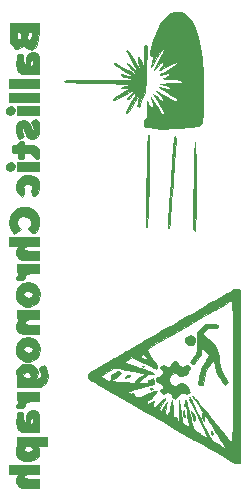
<source format=gbo>
G04 #@! TF.GenerationSoftware,KiCad,Pcbnew,(6.0.0-rc1-dev)*
G04 #@! TF.CreationDate,2018-08-10T19:43:38+02:00*
G04 #@! TF.ProjectId,receiver,72656365697665722E6B696361645F70,rev?*
G04 #@! TF.SameCoordinates,PX6ed25c8PY45a45e8*
G04 #@! TF.FileFunction,Legend,Bot*
G04 #@! TF.FilePolarity,Positive*
%FSLAX46Y46*%
G04 Gerber Fmt 4.6, Leading zero omitted, Abs format (unit mm)*
G04 Created by KiCad (PCBNEW (6.0.0-rc1-dev)) date Fri Aug 10 19:43:38 2018*
%MOMM*%
%LPD*%
G01*
G04 APERTURE LIST*
%ADD10C,0.010000*%
%ADD11C,5.400000*%
%ADD12R,2.100000X2.100000*%
%ADD13O,2.100000X2.100000*%
%ADD14C,2.200000*%
%ADD15R,2.200000X2.200000*%
G04 APERTURE END LIST*
D10*
G04 #@! TO.C,G\002A\002A\002A*
G36*
X7688033Y-20017377D02*
X7896473Y-20104729D01*
X7958667Y-20108333D01*
X8173835Y-20043808D01*
X8306879Y-19885868D01*
X8341616Y-19687967D01*
X8261862Y-19503561D01*
X8164656Y-19427961D01*
X7989865Y-19381294D01*
X7801734Y-19457629D01*
X7783656Y-19469268D01*
X7618246Y-19650794D01*
X7590831Y-19849781D01*
X7688033Y-20017377D01*
X7688033Y-20017377D01*
G37*
X7688033Y-20017377D02*
X7896473Y-20104729D01*
X7958667Y-20108333D01*
X8173835Y-20043808D01*
X8306879Y-19885868D01*
X8341616Y-19687967D01*
X8261862Y-19503561D01*
X8164656Y-19427961D01*
X7989865Y-19381294D01*
X7801734Y-19457629D01*
X7783656Y-19469268D01*
X7618246Y-19650794D01*
X7590831Y-19849781D01*
X7688033Y-20017377D01*
G36*
X7688033Y-15276043D02*
X7896473Y-15363396D01*
X7958667Y-15367000D01*
X8173835Y-15302474D01*
X8306879Y-15144534D01*
X8341616Y-14946634D01*
X8261862Y-14762227D01*
X8164656Y-14686628D01*
X7989865Y-14639960D01*
X7801734Y-14716296D01*
X7783656Y-14727934D01*
X7618246Y-14909460D01*
X7590831Y-15108447D01*
X7688033Y-15276043D01*
X7688033Y-15276043D01*
G37*
X7688033Y-15276043D02*
X7896473Y-15363396D01*
X7958667Y-15367000D01*
X8173835Y-15302474D01*
X8306879Y-15144534D01*
X8341616Y-14946634D01*
X8261862Y-14762227D01*
X8164656Y-14686628D01*
X7989865Y-14639960D01*
X7801734Y-14716296D01*
X7783656Y-14727934D01*
X7618246Y-14909460D01*
X7590831Y-15108447D01*
X7688033Y-15276043D01*
G36*
X8259801Y-45762333D02*
X8509593Y-45765739D01*
X8620057Y-45788658D01*
X8621196Y-45850142D01*
X8556134Y-45950505D01*
X8435368Y-46241888D01*
X8482921Y-46535369D01*
X8599812Y-46724582D01*
X8691544Y-46828849D01*
X8793659Y-46894276D01*
X8945503Y-46929878D01*
X9186422Y-46944669D01*
X9555761Y-46947665D01*
X9573478Y-46947667D01*
X10371667Y-46947667D01*
X10371667Y-46193085D01*
X9757833Y-46168209D01*
X9438967Y-46150537D01*
X9254021Y-46122280D01*
X9167585Y-46072236D01*
X9144248Y-45989199D01*
X9144000Y-45974000D01*
X9161218Y-45885339D01*
X9236478Y-45831269D01*
X9405194Y-45800588D01*
X9702774Y-45782090D01*
X9757833Y-45779791D01*
X10371667Y-45754915D01*
X10371667Y-45000333D01*
X7831667Y-45000333D01*
X7831667Y-45762333D01*
X8259801Y-45762333D01*
X8259801Y-45762333D01*
G37*
X8259801Y-45762333D02*
X8509593Y-45765739D01*
X8620057Y-45788658D01*
X8621196Y-45850142D01*
X8556134Y-45950505D01*
X8435368Y-46241888D01*
X8482921Y-46535369D01*
X8599812Y-46724582D01*
X8691544Y-46828849D01*
X8793659Y-46894276D01*
X8945503Y-46929878D01*
X9186422Y-46944669D01*
X9555761Y-46947665D01*
X9573478Y-46947667D01*
X10371667Y-46947667D01*
X10371667Y-46193085D01*
X9757833Y-46168209D01*
X9438967Y-46150537D01*
X9254021Y-46122280D01*
X9167585Y-46072236D01*
X9144248Y-45989199D01*
X9144000Y-45974000D01*
X9161218Y-45885339D01*
X9236478Y-45831269D01*
X9405194Y-45800588D01*
X9702774Y-45782090D01*
X9757833Y-45779791D01*
X10371667Y-45754915D01*
X10371667Y-45000333D01*
X7831667Y-45000333D01*
X7831667Y-45762333D01*
X8259801Y-45762333D01*
G36*
X8457759Y-40127379D02*
X8599261Y-40168124D01*
X8805333Y-40174333D01*
X9040548Y-40165437D01*
X9151991Y-40122211D01*
X9184955Y-40019844D01*
X9186333Y-39965645D01*
X9245065Y-39767735D01*
X9430268Y-39643844D01*
X9755450Y-39587118D01*
X9942767Y-39581667D01*
X10371667Y-39581667D01*
X10371667Y-38819667D01*
X8509000Y-38819667D01*
X8509000Y-39193611D01*
X8530153Y-39435799D01*
X8584749Y-39582291D01*
X8609578Y-39601081D01*
X8653497Y-39672577D01*
X8572328Y-39831341D01*
X8567245Y-39838643D01*
X8453136Y-40026081D01*
X8457759Y-40127379D01*
X8457759Y-40127379D01*
G37*
X8457759Y-40127379D02*
X8599261Y-40168124D01*
X8805333Y-40174333D01*
X9040548Y-40165437D01*
X9151991Y-40122211D01*
X9184955Y-40019844D01*
X9186333Y-39965645D01*
X9245065Y-39767735D01*
X9430268Y-39643844D01*
X9755450Y-39587118D01*
X9942767Y-39581667D01*
X10371667Y-39581667D01*
X10371667Y-38819667D01*
X8509000Y-38819667D01*
X8509000Y-39193611D01*
X8530153Y-39435799D01*
X8584749Y-39582291D01*
X8609578Y-39601081D01*
X8653497Y-39672577D01*
X8572328Y-39831341D01*
X8567245Y-39838643D01*
X8453136Y-40026081D01*
X8457759Y-40127379D01*
G36*
X8476980Y-33482989D02*
X8632151Y-33701182D01*
X8746510Y-33800972D01*
X8874071Y-33862567D01*
X9057290Y-33895028D01*
X9338619Y-33907417D01*
X9605818Y-33909000D01*
X10371667Y-33909000D01*
X10371667Y-33154737D01*
X9801042Y-33129702D01*
X9489389Y-33108873D01*
X9309503Y-33072942D01*
X9223859Y-33010408D01*
X9200045Y-32945479D01*
X9214990Y-32793651D01*
X9342695Y-32698151D01*
X9602771Y-32650238D01*
X9884833Y-32640296D01*
X10371667Y-32639000D01*
X10371667Y-31877000D01*
X8509000Y-31877000D01*
X8509000Y-32250944D01*
X8530153Y-32493132D01*
X8584749Y-32639625D01*
X8609578Y-32658415D01*
X8653497Y-32729910D01*
X8572328Y-32888674D01*
X8567245Y-32895976D01*
X8437933Y-33196332D01*
X8476980Y-33482989D01*
X8476980Y-33482989D01*
G37*
X8476980Y-33482989D02*
X8632151Y-33701182D01*
X8746510Y-33800972D01*
X8874071Y-33862567D01*
X9057290Y-33895028D01*
X9338619Y-33907417D01*
X9605818Y-33909000D01*
X10371667Y-33909000D01*
X10371667Y-33154737D01*
X9801042Y-33129702D01*
X9489389Y-33108873D01*
X9309503Y-33072942D01*
X9223859Y-33010408D01*
X9200045Y-32945479D01*
X9214990Y-32793651D01*
X9342695Y-32698151D01*
X9602771Y-32650238D01*
X9884833Y-32640296D01*
X10371667Y-32639000D01*
X10371667Y-31877000D01*
X8509000Y-31877000D01*
X8509000Y-32250944D01*
X8530153Y-32493132D01*
X8584749Y-32639625D01*
X8609578Y-32658415D01*
X8653497Y-32729910D01*
X8572328Y-32888674D01*
X8567245Y-32895976D01*
X8437933Y-33196332D01*
X8476980Y-33482989D01*
G36*
X8457759Y-29290046D02*
X8599261Y-29330790D01*
X8805333Y-29337000D01*
X9040548Y-29328104D01*
X9151991Y-29284877D01*
X9184955Y-29182511D01*
X9186333Y-29128312D01*
X9245065Y-28930401D01*
X9430268Y-28806511D01*
X9755450Y-28749784D01*
X9942767Y-28744333D01*
X10371667Y-28744333D01*
X10371667Y-27982333D01*
X8509000Y-27982333D01*
X8509000Y-28356278D01*
X8530153Y-28598465D01*
X8584749Y-28744958D01*
X8609578Y-28763748D01*
X8653497Y-28835243D01*
X8572328Y-28994007D01*
X8567245Y-29001309D01*
X8453136Y-29188747D01*
X8457759Y-29290046D01*
X8457759Y-29290046D01*
G37*
X8457759Y-29290046D02*
X8599261Y-29330790D01*
X8805333Y-29337000D01*
X9040548Y-29328104D01*
X9151991Y-29284877D01*
X9184955Y-29182511D01*
X9186333Y-29128312D01*
X9245065Y-28930401D01*
X9430268Y-28806511D01*
X9755450Y-28749784D01*
X9942767Y-28744333D01*
X10371667Y-28744333D01*
X10371667Y-27982333D01*
X8509000Y-27982333D01*
X8509000Y-28356278D01*
X8530153Y-28598465D01*
X8584749Y-28744958D01*
X8609578Y-28763748D01*
X8653497Y-28835243D01*
X8572328Y-28994007D01*
X8567245Y-29001309D01*
X8453136Y-29188747D01*
X8457759Y-29290046D01*
G36*
X8259801Y-26458333D02*
X8509593Y-26461739D01*
X8620057Y-26484658D01*
X8621196Y-26546142D01*
X8556134Y-26646505D01*
X8435368Y-26937888D01*
X8482921Y-27231369D01*
X8599812Y-27420582D01*
X8691544Y-27524849D01*
X8793659Y-27590276D01*
X8945503Y-27625878D01*
X9186422Y-27640669D01*
X9555761Y-27643665D01*
X9573478Y-27643667D01*
X10371667Y-27643667D01*
X10371667Y-26889085D01*
X9757833Y-26864209D01*
X9438967Y-26846537D01*
X9254021Y-26818280D01*
X9167585Y-26768236D01*
X9144248Y-26685199D01*
X9144000Y-26670000D01*
X9161218Y-26581339D01*
X9236478Y-26527269D01*
X9405194Y-26496588D01*
X9702774Y-26478090D01*
X9757833Y-26475791D01*
X10371667Y-26450915D01*
X10371667Y-25696333D01*
X7831667Y-25696333D01*
X7831667Y-26458333D01*
X8259801Y-26458333D01*
X8259801Y-26458333D01*
G37*
X8259801Y-26458333D02*
X8509593Y-26461739D01*
X8620057Y-26484658D01*
X8621196Y-26546142D01*
X8556134Y-26646505D01*
X8435368Y-26937888D01*
X8482921Y-27231369D01*
X8599812Y-27420582D01*
X8691544Y-27524849D01*
X8793659Y-27590276D01*
X8945503Y-27625878D01*
X9186422Y-27640669D01*
X9555761Y-27643665D01*
X9573478Y-27643667D01*
X10371667Y-27643667D01*
X10371667Y-26889085D01*
X9757833Y-26864209D01*
X9438967Y-26846537D01*
X9254021Y-26818280D01*
X9167585Y-26768236D01*
X9144248Y-26685199D01*
X9144000Y-26670000D01*
X9161218Y-26581339D01*
X9236478Y-26527269D01*
X9405194Y-26496588D01*
X9702774Y-26478090D01*
X9757833Y-26475791D01*
X10371667Y-26450915D01*
X10371667Y-25696333D01*
X7831667Y-25696333D01*
X7831667Y-26458333D01*
X8259801Y-26458333D01*
G36*
X10371667Y-20108333D02*
X10371667Y-19346333D01*
X8509000Y-19346333D01*
X8509000Y-20108333D01*
X10371667Y-20108333D01*
X10371667Y-20108333D01*
G37*
X10371667Y-20108333D02*
X10371667Y-19346333D01*
X8509000Y-19346333D01*
X8509000Y-20108333D01*
X10371667Y-20108333D01*
G36*
X10371667Y-15367000D02*
X10371667Y-14605000D01*
X8509000Y-14605000D01*
X8509000Y-15367000D01*
X10371667Y-15367000D01*
X10371667Y-15367000D01*
G37*
X10371667Y-15367000D02*
X10371667Y-14605000D01*
X8509000Y-14605000D01*
X8509000Y-15367000D01*
X10371667Y-15367000D01*
G36*
X10371667Y-14266333D02*
X10371667Y-13504333D01*
X7831667Y-13504333D01*
X7831667Y-14266333D01*
X10371667Y-14266333D01*
X10371667Y-14266333D01*
G37*
X10371667Y-14266333D02*
X10371667Y-13504333D01*
X7831667Y-13504333D01*
X7831667Y-14266333D01*
X10371667Y-14266333D01*
G36*
X10371667Y-13081000D02*
X10371667Y-12319000D01*
X7831667Y-12319000D01*
X7831667Y-13081000D01*
X10371667Y-13081000D01*
X10371667Y-13081000D01*
G37*
X10371667Y-13081000D02*
X10371667Y-12319000D01*
X7831667Y-12319000D01*
X7831667Y-13081000D01*
X10371667Y-13081000D01*
G36*
X7929861Y-8461936D02*
X7948581Y-8868634D01*
X7974357Y-9144603D01*
X8015466Y-9328439D01*
X8080186Y-9458743D01*
X8165889Y-9562602D01*
X8388148Y-9738181D01*
X8603637Y-9757883D01*
X8852048Y-9623977D01*
X8878812Y-9603341D01*
X9036724Y-9494997D01*
X9117742Y-9496682D01*
X9150313Y-9553255D01*
X9289677Y-9709942D01*
X9523467Y-9808345D01*
X9780698Y-9826401D01*
X9914214Y-9790663D01*
X10119426Y-9627566D01*
X10261058Y-9346101D01*
X10343618Y-8931991D01*
X10371617Y-8370963D01*
X10371667Y-8342386D01*
X10371667Y-7577667D01*
X9719859Y-7577667D01*
X9719859Y-8352714D01*
X9768821Y-8426278D01*
X9765887Y-8618661D01*
X9763338Y-8650556D01*
X9726763Y-8869229D01*
X9648580Y-8961865D01*
X9567333Y-8974667D01*
X9450625Y-8941518D01*
X9403535Y-8812111D01*
X9398000Y-8678333D01*
X9418156Y-8471103D01*
X9499906Y-8377798D01*
X9594005Y-8354223D01*
X9719859Y-8352714D01*
X9719859Y-7577667D01*
X8678333Y-7577667D01*
X8678333Y-8339667D01*
X8795041Y-8372815D01*
X8842131Y-8502222D01*
X8847667Y-8636000D01*
X8828725Y-8840239D01*
X8754778Y-8922647D01*
X8678333Y-8932333D01*
X8561625Y-8899185D01*
X8514535Y-8769778D01*
X8509000Y-8636000D01*
X8527942Y-8431761D01*
X8601889Y-8349353D01*
X8678333Y-8339667D01*
X8678333Y-7577667D01*
X7897128Y-7577667D01*
X7929861Y-8461936D01*
X7929861Y-8461936D01*
G37*
X7929861Y-8461936D02*
X7948581Y-8868634D01*
X7974357Y-9144603D01*
X8015466Y-9328439D01*
X8080186Y-9458743D01*
X8165889Y-9562602D01*
X8388148Y-9738181D01*
X8603637Y-9757883D01*
X8852048Y-9623977D01*
X8878812Y-9603341D01*
X9036724Y-9494997D01*
X9117742Y-9496682D01*
X9150313Y-9553255D01*
X9289677Y-9709942D01*
X9523467Y-9808345D01*
X9780698Y-9826401D01*
X9914214Y-9790663D01*
X10119426Y-9627566D01*
X10261058Y-9346101D01*
X10343618Y-8931991D01*
X10371617Y-8370963D01*
X10371667Y-8342386D01*
X10371667Y-7577667D01*
X9719859Y-7577667D01*
X9719859Y-8352714D01*
X9768821Y-8426278D01*
X9765887Y-8618661D01*
X9763338Y-8650556D01*
X9726763Y-8869229D01*
X9648580Y-8961865D01*
X9567333Y-8974667D01*
X9450625Y-8941518D01*
X9403535Y-8812111D01*
X9398000Y-8678333D01*
X9418156Y-8471103D01*
X9499906Y-8377798D01*
X9594005Y-8354223D01*
X9719859Y-8352714D01*
X9719859Y-7577667D01*
X8678333Y-7577667D01*
X8678333Y-8339667D01*
X8795041Y-8372815D01*
X8842131Y-8502222D01*
X8847667Y-8636000D01*
X8828725Y-8840239D01*
X8754778Y-8922647D01*
X8678333Y-8932333D01*
X8561625Y-8899185D01*
X8514535Y-8769778D01*
X8509000Y-8636000D01*
X8527942Y-8431761D01*
X8601889Y-8349353D01*
X8678333Y-8339667D01*
X8678333Y-7577667D01*
X7897128Y-7577667D01*
X7929861Y-8461936D01*
G36*
X8499460Y-41711656D02*
X8652860Y-42009107D01*
X8683056Y-42041722D01*
X8789673Y-42122607D01*
X8938278Y-42172310D01*
X9168417Y-42197818D01*
X9519638Y-42206121D01*
X9614523Y-42206333D01*
X10381379Y-42206333D01*
X10372400Y-41761833D01*
X10375498Y-41449182D01*
X10393599Y-41164017D01*
X10406506Y-41063333D01*
X10422478Y-40838481D01*
X10400889Y-40682333D01*
X10232334Y-40464791D01*
X9949882Y-40354180D01*
X9809952Y-40343667D01*
X9763587Y-40355426D01*
X9763587Y-41037259D01*
X9863667Y-41063333D01*
X9937927Y-41133960D01*
X9922149Y-41241046D01*
X9860688Y-41365233D01*
X9742946Y-41509281D01*
X9649458Y-41496216D01*
X9609721Y-41331079D01*
X9609667Y-41322330D01*
X9653224Y-41121810D01*
X9763587Y-41037259D01*
X9763587Y-40355426D01*
X9534570Y-40413512D01*
X9355633Y-40620919D01*
X9275452Y-40962689D01*
X9271000Y-41089228D01*
X9253720Y-41332123D01*
X9198742Y-41423698D01*
X9165167Y-41421276D01*
X9095488Y-41311533D01*
X9071337Y-41063287D01*
X9072568Y-40996405D01*
X9070479Y-40753311D01*
X9024550Y-40622570D01*
X8907850Y-40548051D01*
X8846553Y-40525298D01*
X8703831Y-40484769D01*
X8620228Y-40513677D01*
X8561630Y-40645706D01*
X8506824Y-40860735D01*
X8448974Y-41316757D01*
X8499460Y-41711656D01*
X8499460Y-41711656D01*
G37*
X8499460Y-41711656D02*
X8652860Y-42009107D01*
X8683056Y-42041722D01*
X8789673Y-42122607D01*
X8938278Y-42172310D01*
X9168417Y-42197818D01*
X9519638Y-42206121D01*
X9614523Y-42206333D01*
X10381379Y-42206333D01*
X10372400Y-41761833D01*
X10375498Y-41449182D01*
X10393599Y-41164017D01*
X10406506Y-41063333D01*
X10422478Y-40838481D01*
X10400889Y-40682333D01*
X10232334Y-40464791D01*
X9949882Y-40354180D01*
X9809952Y-40343667D01*
X9763587Y-40355426D01*
X9763587Y-41037259D01*
X9863667Y-41063333D01*
X9937927Y-41133960D01*
X9922149Y-41241046D01*
X9860688Y-41365233D01*
X9742946Y-41509281D01*
X9649458Y-41496216D01*
X9609721Y-41331079D01*
X9609667Y-41322330D01*
X9653224Y-41121810D01*
X9763587Y-41037259D01*
X9763587Y-40355426D01*
X9534570Y-40413512D01*
X9355633Y-40620919D01*
X9275452Y-40962689D01*
X9271000Y-41089228D01*
X9253720Y-41332123D01*
X9198742Y-41423698D01*
X9165167Y-41421276D01*
X9095488Y-41311533D01*
X9071337Y-41063287D01*
X9072568Y-40996405D01*
X9070479Y-40753311D01*
X9024550Y-40622570D01*
X8907850Y-40548051D01*
X8846553Y-40525298D01*
X8703831Y-40484769D01*
X8620228Y-40513677D01*
X8561630Y-40645706D01*
X8506824Y-40860735D01*
X8448974Y-41316757D01*
X8499460Y-41711656D01*
G36*
X8477557Y-35532149D02*
X8639209Y-35870675D01*
X8915631Y-36116386D01*
X8972838Y-36146124D01*
X9321411Y-36263151D01*
X9641825Y-36246199D01*
X9907828Y-36146124D01*
X10198483Y-35921353D01*
X10380605Y-35596638D01*
X10442711Y-35210796D01*
X10373321Y-34802645D01*
X10334674Y-34703029D01*
X10125347Y-34392166D01*
X9819809Y-34214832D01*
X9512473Y-34172854D01*
X9512473Y-34931517D01*
X9718788Y-34992844D01*
X9762067Y-35026600D01*
X9858076Y-35204350D01*
X9788019Y-35365524D01*
X9686447Y-35437220D01*
X9463342Y-35496259D01*
X9256399Y-35457803D01*
X9104726Y-35348742D01*
X9047432Y-35195966D01*
X9110573Y-35041268D01*
X9280000Y-34948328D01*
X9512473Y-34931517D01*
X9512473Y-34172854D01*
X9440333Y-34163000D01*
X9037536Y-34222260D01*
X8742920Y-34406638D01*
X8542390Y-34721679D01*
X8441632Y-35137065D01*
X8477557Y-35532149D01*
X8477557Y-35532149D01*
G37*
X8477557Y-35532149D02*
X8639209Y-35870675D01*
X8915631Y-36116386D01*
X8972838Y-36146124D01*
X9321411Y-36263151D01*
X9641825Y-36246199D01*
X9907828Y-36146124D01*
X10198483Y-35921353D01*
X10380605Y-35596638D01*
X10442711Y-35210796D01*
X10373321Y-34802645D01*
X10334674Y-34703029D01*
X10125347Y-34392166D01*
X9819809Y-34214832D01*
X9512473Y-34172854D01*
X9512473Y-34931517D01*
X9718788Y-34992844D01*
X9762067Y-35026600D01*
X9858076Y-35204350D01*
X9788019Y-35365524D01*
X9686447Y-35437220D01*
X9463342Y-35496259D01*
X9256399Y-35457803D01*
X9104726Y-35348742D01*
X9047432Y-35195966D01*
X9110573Y-35041268D01*
X9280000Y-34948328D01*
X9512473Y-34931517D01*
X9512473Y-34172854D01*
X9440333Y-34163000D01*
X9037536Y-34222260D01*
X8742920Y-34406638D01*
X8542390Y-34721679D01*
X8441632Y-35137065D01*
X8477557Y-35532149D01*
G36*
X8477557Y-30875483D02*
X8639209Y-31214009D01*
X8915631Y-31459720D01*
X8972838Y-31489457D01*
X9321411Y-31606484D01*
X9641825Y-31589532D01*
X9907828Y-31489457D01*
X10198483Y-31264686D01*
X10380605Y-30939971D01*
X10442711Y-30554130D01*
X10373321Y-30145979D01*
X10334674Y-30046363D01*
X10125347Y-29735499D01*
X9819809Y-29558165D01*
X9512473Y-29516187D01*
X9512473Y-30274850D01*
X9718788Y-30336178D01*
X9762067Y-30369933D01*
X9858076Y-30547683D01*
X9788019Y-30708857D01*
X9686447Y-30780554D01*
X9463342Y-30839592D01*
X9256399Y-30801136D01*
X9104726Y-30692075D01*
X9047432Y-30539299D01*
X9110573Y-30384602D01*
X9280000Y-30291661D01*
X9512473Y-30274850D01*
X9512473Y-29516187D01*
X9440333Y-29506333D01*
X9037536Y-29565593D01*
X8742920Y-29749971D01*
X8542390Y-30065012D01*
X8441632Y-30480398D01*
X8477557Y-30875483D01*
X8477557Y-30875483D01*
G37*
X8477557Y-30875483D02*
X8639209Y-31214009D01*
X8915631Y-31459720D01*
X8972838Y-31489457D01*
X9321411Y-31606484D01*
X9641825Y-31589532D01*
X9907828Y-31489457D01*
X10198483Y-31264686D01*
X10380605Y-30939971D01*
X10442711Y-30554130D01*
X10373321Y-30145979D01*
X10334674Y-30046363D01*
X10125347Y-29735499D01*
X9819809Y-29558165D01*
X9512473Y-29516187D01*
X9512473Y-30274850D01*
X9718788Y-30336178D01*
X9762067Y-30369933D01*
X9858076Y-30547683D01*
X9788019Y-30708857D01*
X9686447Y-30780554D01*
X9463342Y-30839592D01*
X9256399Y-30801136D01*
X9104726Y-30692075D01*
X9047432Y-30539299D01*
X9110573Y-30384602D01*
X9280000Y-30291661D01*
X9512473Y-30274850D01*
X9512473Y-29516187D01*
X9440333Y-29506333D01*
X9037536Y-29565593D01*
X8742920Y-29749971D01*
X8542390Y-30065012D01*
X8441632Y-30480398D01*
X8477557Y-30875483D01*
G36*
X7937041Y-24897128D02*
X8111440Y-25214185D01*
X8297333Y-25442928D01*
X8844869Y-25008916D01*
X8676934Y-24828660D01*
X8536885Y-24587003D01*
X8521487Y-24332851D01*
X8573796Y-24206175D01*
X8786301Y-24024218D01*
X9066978Y-23954658D01*
X9358466Y-23996247D01*
X9603402Y-24147739D01*
X9669829Y-24229995D01*
X9753439Y-24381668D01*
X9755208Y-24511064D01*
X9672329Y-24695641D01*
X9651559Y-24734479D01*
X9494198Y-25026682D01*
X9712461Y-25244946D01*
X9885654Y-25382293D01*
X10024777Y-25389081D01*
X10155607Y-25253893D01*
X10293956Y-24987388D01*
X10433071Y-24548334D01*
X10422251Y-24149965D01*
X10308035Y-23839685D01*
X10054963Y-23502948D01*
X9720572Y-23280538D01*
X9338263Y-23169961D01*
X8941435Y-23168721D01*
X8563489Y-23274322D01*
X8237822Y-23484267D01*
X7997837Y-23796063D01*
X7912101Y-24018716D01*
X7859278Y-24471531D01*
X7937041Y-24897128D01*
X7937041Y-24897128D01*
G37*
X7937041Y-24897128D02*
X8111440Y-25214185D01*
X8297333Y-25442928D01*
X8844869Y-25008916D01*
X8676934Y-24828660D01*
X8536885Y-24587003D01*
X8521487Y-24332851D01*
X8573796Y-24206175D01*
X8786301Y-24024218D01*
X9066978Y-23954658D01*
X9358466Y-23996247D01*
X9603402Y-24147739D01*
X9669829Y-24229995D01*
X9753439Y-24381668D01*
X9755208Y-24511064D01*
X9672329Y-24695641D01*
X9651559Y-24734479D01*
X9494198Y-25026682D01*
X9712461Y-25244946D01*
X9885654Y-25382293D01*
X10024777Y-25389081D01*
X10155607Y-25253893D01*
X10293956Y-24987388D01*
X10433071Y-24548334D01*
X10422251Y-24149965D01*
X10308035Y-23839685D01*
X10054963Y-23502948D01*
X9720572Y-23280538D01*
X9338263Y-23169961D01*
X8941435Y-23168721D01*
X8563489Y-23274322D01*
X8237822Y-23484267D01*
X7997837Y-23796063D01*
X7912101Y-24018716D01*
X7859278Y-24471531D01*
X7937041Y-24897128D01*
G36*
X8475248Y-21645750D02*
X8631760Y-21996047D01*
X8741923Y-22126954D01*
X8963624Y-22348655D01*
X9083174Y-22055672D01*
X9154423Y-21820247D01*
X9131173Y-21654580D01*
X9105001Y-21606210D01*
X9061840Y-21420834D01*
X9162616Y-21279405D01*
X9382564Y-21211256D01*
X9440333Y-21209000D01*
X9682865Y-21258478D01*
X9809266Y-21387883D01*
X9795809Y-21568667D01*
X9773446Y-21609763D01*
X9721150Y-21758437D01*
X9764553Y-21937971D01*
X9816191Y-22045723D01*
X9922385Y-22220468D01*
X10008429Y-22261142D01*
X10086188Y-22215991D01*
X10311279Y-21928148D01*
X10429493Y-21559999D01*
X10426441Y-21173085D01*
X10373354Y-20987860D01*
X10182351Y-20722573D01*
X9886133Y-20538011D01*
X9534248Y-20446178D01*
X9176242Y-20459082D01*
X8861664Y-20588726D01*
X8828212Y-20613463D01*
X8576015Y-20909883D01*
X8457513Y-21268837D01*
X8475248Y-21645750D01*
X8475248Y-21645750D01*
G37*
X8475248Y-21645750D02*
X8631760Y-21996047D01*
X8741923Y-22126954D01*
X8963624Y-22348655D01*
X9083174Y-22055672D01*
X9154423Y-21820247D01*
X9131173Y-21654580D01*
X9105001Y-21606210D01*
X9061840Y-21420834D01*
X9162616Y-21279405D01*
X9382564Y-21211256D01*
X9440333Y-21209000D01*
X9682865Y-21258478D01*
X9809266Y-21387883D01*
X9795809Y-21568667D01*
X9773446Y-21609763D01*
X9721150Y-21758437D01*
X9764553Y-21937971D01*
X9816191Y-22045723D01*
X9922385Y-22220468D01*
X10008429Y-22261142D01*
X10086188Y-22215991D01*
X10311279Y-21928148D01*
X10429493Y-21559999D01*
X10426441Y-21173085D01*
X10373354Y-20987860D01*
X10182351Y-20722573D01*
X9886133Y-20538011D01*
X9534248Y-20446178D01*
X9176242Y-20459082D01*
X8861664Y-20588726D01*
X8828212Y-20613463D01*
X8576015Y-20909883D01*
X8457513Y-21268837D01*
X8475248Y-21645750D01*
G36*
X8095697Y-18462822D02*
X8150051Y-18559357D01*
X8285125Y-18583799D01*
X8339667Y-18584333D01*
X8519575Y-18605312D01*
X8585885Y-18704273D01*
X8593667Y-18838333D01*
X8614646Y-19018241D01*
X8713606Y-19084552D01*
X8847667Y-19092333D01*
X9027575Y-19071354D01*
X9093885Y-18972393D01*
X9101667Y-18838333D01*
X9122867Y-18658249D01*
X9221316Y-18591911D01*
X9348742Y-18584333D01*
X9663292Y-18617895D01*
X9830191Y-18721343D01*
X9863667Y-18838213D01*
X9932851Y-18952506D01*
X10089602Y-19047623D01*
X10257719Y-19088381D01*
X10346442Y-19061113D01*
X10398910Y-18923201D01*
X10422284Y-18691637D01*
X10415421Y-18439779D01*
X10377178Y-18240987D01*
X10359816Y-18203333D01*
X10246402Y-18046223D01*
X10108163Y-17957198D01*
X9895980Y-17917471D01*
X9588500Y-17908296D01*
X9311953Y-17900792D01*
X9165126Y-17870962D01*
X9108623Y-17804996D01*
X9101667Y-17737667D01*
X9054106Y-17606645D01*
X8887058Y-17568347D01*
X8882073Y-17568333D01*
X8685508Y-17624957D01*
X8618199Y-17737667D01*
X8519373Y-17871613D01*
X8329792Y-17907000D01*
X8173149Y-17921331D01*
X8103511Y-17996589D01*
X8085992Y-18181167D01*
X8085667Y-18245667D01*
X8095697Y-18462822D01*
X8095697Y-18462822D01*
G37*
X8095697Y-18462822D02*
X8150051Y-18559357D01*
X8285125Y-18583799D01*
X8339667Y-18584333D01*
X8519575Y-18605312D01*
X8585885Y-18704273D01*
X8593667Y-18838333D01*
X8614646Y-19018241D01*
X8713606Y-19084552D01*
X8847667Y-19092333D01*
X9027575Y-19071354D01*
X9093885Y-18972393D01*
X9101667Y-18838333D01*
X9122867Y-18658249D01*
X9221316Y-18591911D01*
X9348742Y-18584333D01*
X9663292Y-18617895D01*
X9830191Y-18721343D01*
X9863667Y-18838213D01*
X9932851Y-18952506D01*
X10089602Y-19047623D01*
X10257719Y-19088381D01*
X10346442Y-19061113D01*
X10398910Y-18923201D01*
X10422284Y-18691637D01*
X10415421Y-18439779D01*
X10377178Y-18240987D01*
X10359816Y-18203333D01*
X10246402Y-18046223D01*
X10108163Y-17957198D01*
X9895980Y-17917471D01*
X9588500Y-17908296D01*
X9311953Y-17900792D01*
X9165126Y-17870962D01*
X9108623Y-17804996D01*
X9101667Y-17737667D01*
X9054106Y-17606645D01*
X8887058Y-17568347D01*
X8882073Y-17568333D01*
X8685508Y-17624957D01*
X8618199Y-17737667D01*
X8519373Y-17871613D01*
X8329792Y-17907000D01*
X8173149Y-17921331D01*
X8103511Y-17996589D01*
X8085992Y-18181167D01*
X8085667Y-18245667D01*
X8095697Y-18462822D01*
G36*
X8504124Y-17042225D02*
X8599683Y-17294031D01*
X8721670Y-17388271D01*
X8893263Y-17336678D01*
X8976300Y-17281275D01*
X9082491Y-17172763D01*
X9076176Y-17039361D01*
X9034816Y-16938624D01*
X8948051Y-16687825D01*
X8945115Y-16520140D01*
X9013020Y-16467667D01*
X9085391Y-16540804D01*
X9162710Y-16721845D01*
X9178294Y-16774014D01*
X9274617Y-17025306D01*
X9395828Y-17226650D01*
X9407062Y-17239680D01*
X9625973Y-17369419D01*
X9899944Y-17391363D01*
X10153936Y-17306105D01*
X10241557Y-17233102D01*
X10357313Y-17007151D01*
X10418128Y-16684294D01*
X10416934Y-16330054D01*
X10367066Y-16069668D01*
X10271112Y-15833061D01*
X10152062Y-15742899D01*
X9972519Y-15776899D01*
X9916272Y-15801058D01*
X9774359Y-15880717D01*
X9753002Y-15975275D01*
X9825261Y-16136596D01*
X9915255Y-16369134D01*
X9945751Y-16574794D01*
X9912828Y-16702729D01*
X9870394Y-16721667D01*
X9799500Y-16648752D01*
X9737895Y-16473252D01*
X9737540Y-16471642D01*
X9600541Y-16123460D01*
X9380221Y-15888304D01*
X9101491Y-15791460D01*
X9066310Y-15790333D01*
X8776552Y-15862834D01*
X8570272Y-16064721D01*
X8457990Y-16372572D01*
X8450222Y-16762964D01*
X8504124Y-17042225D01*
X8504124Y-17042225D01*
G37*
X8504124Y-17042225D02*
X8599683Y-17294031D01*
X8721670Y-17388271D01*
X8893263Y-17336678D01*
X8976300Y-17281275D01*
X9082491Y-17172763D01*
X9076176Y-17039361D01*
X9034816Y-16938624D01*
X8948051Y-16687825D01*
X8945115Y-16520140D01*
X9013020Y-16467667D01*
X9085391Y-16540804D01*
X9162710Y-16721845D01*
X9178294Y-16774014D01*
X9274617Y-17025306D01*
X9395828Y-17226650D01*
X9407062Y-17239680D01*
X9625973Y-17369419D01*
X9899944Y-17391363D01*
X10153936Y-17306105D01*
X10241557Y-17233102D01*
X10357313Y-17007151D01*
X10418128Y-16684294D01*
X10416934Y-16330054D01*
X10367066Y-16069668D01*
X10271112Y-15833061D01*
X10152062Y-15742899D01*
X9972519Y-15776899D01*
X9916272Y-15801058D01*
X9774359Y-15880717D01*
X9753002Y-15975275D01*
X9825261Y-16136596D01*
X9915255Y-16369134D01*
X9945751Y-16574794D01*
X9912828Y-16702729D01*
X9870394Y-16721667D01*
X9799500Y-16648752D01*
X9737895Y-16473252D01*
X9737540Y-16471642D01*
X9600541Y-16123460D01*
X9380221Y-15888304D01*
X9101491Y-15791460D01*
X9066310Y-15790333D01*
X8776552Y-15862834D01*
X8570272Y-16064721D01*
X8457990Y-16372572D01*
X8450222Y-16762964D01*
X8504124Y-17042225D01*
G36*
X8499460Y-11400990D02*
X8652860Y-11698440D01*
X8683056Y-11731056D01*
X8789673Y-11811941D01*
X8938278Y-11861643D01*
X9168417Y-11887151D01*
X9519638Y-11895455D01*
X9614523Y-11895667D01*
X10381379Y-11895667D01*
X10372400Y-11451167D01*
X10375498Y-11138516D01*
X10393599Y-10853350D01*
X10406506Y-10752667D01*
X10422478Y-10527814D01*
X10400889Y-10371667D01*
X10232334Y-10154125D01*
X9949882Y-10043513D01*
X9809952Y-10033000D01*
X9763587Y-10044759D01*
X9763587Y-10726592D01*
X9863667Y-10752667D01*
X9937927Y-10823293D01*
X9922149Y-10930380D01*
X9860688Y-11054566D01*
X9742946Y-11198614D01*
X9649458Y-11185549D01*
X9609721Y-11020412D01*
X9609667Y-11011663D01*
X9653224Y-10811143D01*
X9763587Y-10726592D01*
X9763587Y-10044759D01*
X9534570Y-10102846D01*
X9355633Y-10310252D01*
X9275452Y-10652022D01*
X9271000Y-10778561D01*
X9253720Y-11021456D01*
X9198742Y-11113031D01*
X9165167Y-11110609D01*
X9095488Y-11000866D01*
X9071337Y-10752620D01*
X9072568Y-10685738D01*
X9070479Y-10442644D01*
X9024550Y-10311904D01*
X8907850Y-10237384D01*
X8846553Y-10214632D01*
X8703831Y-10174102D01*
X8620228Y-10203011D01*
X8561630Y-10335039D01*
X8506824Y-10550068D01*
X8448974Y-11006091D01*
X8499460Y-11400990D01*
X8499460Y-11400990D01*
G37*
X8499460Y-11400990D02*
X8652860Y-11698440D01*
X8683056Y-11731056D01*
X8789673Y-11811941D01*
X8938278Y-11861643D01*
X9168417Y-11887151D01*
X9519638Y-11895455D01*
X9614523Y-11895667D01*
X10381379Y-11895667D01*
X10372400Y-11451167D01*
X10375498Y-11138516D01*
X10393599Y-10853350D01*
X10406506Y-10752667D01*
X10422478Y-10527814D01*
X10400889Y-10371667D01*
X10232334Y-10154125D01*
X9949882Y-10043513D01*
X9809952Y-10033000D01*
X9763587Y-10044759D01*
X9763587Y-10726592D01*
X9863667Y-10752667D01*
X9937927Y-10823293D01*
X9922149Y-10930380D01*
X9860688Y-11054566D01*
X9742946Y-11198614D01*
X9649458Y-11185549D01*
X9609721Y-11020412D01*
X9609667Y-11011663D01*
X9653224Y-10811143D01*
X9763587Y-10726592D01*
X9763587Y-10044759D01*
X9534570Y-10102846D01*
X9355633Y-10310252D01*
X9275452Y-10652022D01*
X9271000Y-10778561D01*
X9253720Y-11021456D01*
X9198742Y-11113031D01*
X9165167Y-11110609D01*
X9095488Y-11000866D01*
X9071337Y-10752620D01*
X9072568Y-10685738D01*
X9070479Y-10442644D01*
X9024550Y-10311904D01*
X8907850Y-10237384D01*
X8846553Y-10214632D01*
X8703831Y-10174102D01*
X8620228Y-10203011D01*
X8561630Y-10335039D01*
X8506824Y-10550068D01*
X8448974Y-11006091D01*
X8499460Y-11400990D01*
G36*
X8481784Y-44099942D02*
X8642581Y-44379318D01*
X8921528Y-44577251D01*
X9117974Y-44639620D01*
X9549504Y-44673394D01*
X9933809Y-44601525D01*
X10206868Y-44445896D01*
X10357802Y-44217587D01*
X10429618Y-43922533D01*
X10406444Y-43642724D01*
X10376438Y-43569915D01*
X10330435Y-43461056D01*
X10369102Y-43408917D01*
X10526035Y-43392748D01*
X10665021Y-43391667D01*
X11049000Y-43391667D01*
X11049000Y-42629667D01*
X9381953Y-42629667D01*
X9381953Y-43406715D01*
X9606480Y-43426246D01*
X9787946Y-43515739D01*
X9863655Y-43644093D01*
X9863667Y-43645667D01*
X9806306Y-43747446D01*
X9741786Y-43810751D01*
X9570800Y-43877074D01*
X9381953Y-43884618D01*
X9205170Y-43832193D01*
X9146100Y-43700014D01*
X9144000Y-43645667D01*
X9180147Y-43484268D01*
X9321127Y-43415558D01*
X9381953Y-43406715D01*
X9381953Y-42629667D01*
X8500298Y-42629667D01*
X8505811Y-43074167D01*
X8499914Y-43386864D01*
X8478676Y-43672055D01*
X8464423Y-43772667D01*
X8481784Y-44099942D01*
X8481784Y-44099942D01*
G37*
X8481784Y-44099942D02*
X8642581Y-44379318D01*
X8921528Y-44577251D01*
X9117974Y-44639620D01*
X9549504Y-44673394D01*
X9933809Y-44601525D01*
X10206868Y-44445896D01*
X10357802Y-44217587D01*
X10429618Y-43922533D01*
X10406444Y-43642724D01*
X10376438Y-43569915D01*
X10330435Y-43461056D01*
X10369102Y-43408917D01*
X10526035Y-43392748D01*
X10665021Y-43391667D01*
X11049000Y-43391667D01*
X11049000Y-42629667D01*
X9381953Y-42629667D01*
X9381953Y-43406715D01*
X9606480Y-43426246D01*
X9787946Y-43515739D01*
X9863655Y-43644093D01*
X9863667Y-43645667D01*
X9806306Y-43747446D01*
X9741786Y-43810751D01*
X9570800Y-43877074D01*
X9381953Y-43884618D01*
X9205170Y-43832193D01*
X9146100Y-43700014D01*
X9144000Y-43645667D01*
X9180147Y-43484268D01*
X9321127Y-43415558D01*
X9381953Y-43406715D01*
X9381953Y-42629667D01*
X8500298Y-42629667D01*
X8505811Y-43074167D01*
X8499914Y-43386864D01*
X8478676Y-43672055D01*
X8464423Y-43772667D01*
X8481784Y-44099942D01*
G36*
X8461575Y-37234867D02*
X8492893Y-37484432D01*
X8508352Y-37803903D01*
X8508266Y-37951833D01*
X8499288Y-38396333D01*
X9562477Y-38396333D01*
X10011407Y-38393833D01*
X10323385Y-38383319D01*
X10530757Y-38360271D01*
X10665870Y-38320169D01*
X10761068Y-38258492D01*
X10798381Y-38223619D01*
X11030039Y-37878333D01*
X11126218Y-37463934D01*
X11081024Y-37020311D01*
X11007440Y-36808833D01*
X10915716Y-36613987D01*
X10831867Y-36547660D01*
X10693851Y-36584148D01*
X10584046Y-36633414D01*
X10428223Y-36745527D01*
X10423630Y-36866247D01*
X10477296Y-37044042D01*
X10519959Y-37267030D01*
X10519544Y-37478924D01*
X10421693Y-37604581D01*
X10372806Y-37633723D01*
X10196109Y-37697688D01*
X10137251Y-37641390D01*
X10195473Y-37477817D01*
X10281479Y-37184168D01*
X10206274Y-36907351D01*
X10039513Y-36696487D01*
X9855706Y-36541982D01*
X9662162Y-36468681D01*
X9382864Y-36449073D01*
X9355666Y-36449000D01*
X9294251Y-36452471D01*
X9294251Y-37136524D01*
X9512968Y-37165879D01*
X9642355Y-37255783D01*
X9728874Y-37429280D01*
X9673027Y-37584517D01*
X9538958Y-37655064D01*
X9296563Y-37656240D01*
X9121056Y-37567352D01*
X9046099Y-37420812D01*
X9105357Y-37249032D01*
X9110573Y-37242602D01*
X9294251Y-37136524D01*
X9294251Y-36452471D01*
X9068130Y-36465252D01*
X8871159Y-36533073D01*
X8687549Y-36681057D01*
X8662607Y-36705700D01*
X8498253Y-36896564D01*
X8443258Y-37061350D01*
X8461575Y-37234867D01*
X8461575Y-37234867D01*
G37*
X8461575Y-37234867D02*
X8492893Y-37484432D01*
X8508352Y-37803903D01*
X8508266Y-37951833D01*
X8499288Y-38396333D01*
X9562477Y-38396333D01*
X10011407Y-38393833D01*
X10323385Y-38383319D01*
X10530757Y-38360271D01*
X10665870Y-38320169D01*
X10761068Y-38258492D01*
X10798381Y-38223619D01*
X11030039Y-37878333D01*
X11126218Y-37463934D01*
X11081024Y-37020311D01*
X11007440Y-36808833D01*
X10915716Y-36613987D01*
X10831867Y-36547660D01*
X10693851Y-36584148D01*
X10584046Y-36633414D01*
X10428223Y-36745527D01*
X10423630Y-36866247D01*
X10477296Y-37044042D01*
X10519959Y-37267030D01*
X10519544Y-37478924D01*
X10421693Y-37604581D01*
X10372806Y-37633723D01*
X10196109Y-37697688D01*
X10137251Y-37641390D01*
X10195473Y-37477817D01*
X10281479Y-37184168D01*
X10206274Y-36907351D01*
X10039513Y-36696487D01*
X9855706Y-36541982D01*
X9662162Y-36468681D01*
X9382864Y-36449073D01*
X9355666Y-36449000D01*
X9294251Y-36452471D01*
X9294251Y-37136524D01*
X9512968Y-37165879D01*
X9642355Y-37255783D01*
X9728874Y-37429280D01*
X9673027Y-37584517D01*
X9538958Y-37655064D01*
X9296563Y-37656240D01*
X9121056Y-37567352D01*
X9046099Y-37420812D01*
X9105357Y-37249032D01*
X9110573Y-37242602D01*
X9294251Y-37136524D01*
X9294251Y-36452471D01*
X9068130Y-36465252D01*
X8871159Y-36533073D01*
X8687549Y-36681057D01*
X8662607Y-36705700D01*
X8498253Y-36896564D01*
X8443258Y-37061350D01*
X8461575Y-37234867D01*
G36*
X12560198Y-12540466D02*
X12698864Y-12566890D01*
X12938505Y-12589446D01*
X13292178Y-12608810D01*
X13772940Y-12625657D01*
X14393846Y-12640663D01*
X15167953Y-12654503D01*
X15374007Y-12657667D01*
X16042391Y-12669273D01*
X16649531Y-12682918D01*
X17176594Y-12697935D01*
X17604749Y-12713655D01*
X17915163Y-12729412D01*
X18089004Y-12744538D01*
X18118666Y-12754921D01*
X17989844Y-12809100D01*
X17765482Y-12880693D01*
X17663396Y-12909251D01*
X17448321Y-12985343D01*
X17360228Y-13058089D01*
X17368767Y-13084634D01*
X17494262Y-13109506D01*
X17733988Y-13079526D01*
X17887848Y-13043719D01*
X18122471Y-12991110D01*
X18265710Y-12977296D01*
X18288807Y-12995027D01*
X18201779Y-13062226D01*
X17998806Y-13191347D01*
X17712180Y-13362461D01*
X17443611Y-13516613D01*
X17037557Y-13752857D01*
X16776850Y-13922320D01*
X16654020Y-14031162D01*
X16661595Y-14085544D01*
X16742833Y-14094455D01*
X16855952Y-14053255D01*
X17080009Y-13943717D01*
X17380139Y-13783615D01*
X17649452Y-13632296D01*
X17976541Y-13450044D01*
X18246907Y-13309722D01*
X18429102Y-13226991D01*
X18490838Y-13213283D01*
X18457820Y-13289325D01*
X18331558Y-13447591D01*
X18159257Y-13633109D01*
X17950764Y-13862414D01*
X17869793Y-13985570D01*
X17907434Y-13996732D01*
X18054782Y-13890055D01*
X18261709Y-13700335D01*
X18448019Y-13534420D01*
X18584822Y-13441980D01*
X18628561Y-13435673D01*
X18607380Y-13523016D01*
X18513938Y-13724081D01*
X18363742Y-14007779D01*
X18196505Y-14301839D01*
X18009633Y-14633261D01*
X17866821Y-14910397D01*
X17783347Y-15101891D01*
X17771134Y-15174690D01*
X17826124Y-15193643D01*
X17902652Y-15140742D01*
X18014457Y-14997755D01*
X18175282Y-14746451D01*
X18398867Y-14368597D01*
X18465515Y-14253376D01*
X18679094Y-13892647D01*
X18820493Y-13681149D01*
X18894768Y-13617419D01*
X18906972Y-13699995D01*
X18862160Y-13927413D01*
X18804004Y-14155398D01*
X18746908Y-14408396D01*
X18725270Y-14588737D01*
X18734453Y-14642232D01*
X18853018Y-14687058D01*
X18921586Y-14600340D01*
X18923000Y-14578034D01*
X18946758Y-14393777D01*
X19006708Y-14163721D01*
X19085856Y-13934082D01*
X19167212Y-13751073D01*
X19233784Y-13660911D01*
X19257798Y-13667408D01*
X19296547Y-13645919D01*
X19334732Y-13455286D01*
X19372338Y-13095699D01*
X19409349Y-12567347D01*
X19445748Y-11870420D01*
X19481522Y-11005106D01*
X19485375Y-10900834D01*
X19503474Y-10369240D01*
X19512095Y-9983770D01*
X19509897Y-9721408D01*
X19495539Y-9559141D01*
X19467678Y-9473954D01*
X19424973Y-9442832D01*
X19400222Y-9440334D01*
X19341423Y-9459904D01*
X19301238Y-9536432D01*
X19275891Y-9696643D01*
X19261609Y-9967260D01*
X19254618Y-10375009D01*
X19253747Y-10477500D01*
X19245827Y-11514667D01*
X19081384Y-10985500D01*
X18986050Y-10715683D01*
X18896759Y-10525040D01*
X18835304Y-10456334D01*
X18775061Y-10485203D01*
X18761380Y-10590774D01*
X18796041Y-10801486D01*
X18877642Y-11133667D01*
X18930636Y-11356236D01*
X18941077Y-11469906D01*
X18901812Y-11466988D01*
X18805686Y-11339796D01*
X18645546Y-11080641D01*
X18414237Y-10681836D01*
X18346336Y-10562725D01*
X18163217Y-10260415D01*
X17998759Y-10023961D01*
X17876870Y-9886127D01*
X17836594Y-9864225D01*
X17784024Y-9904022D01*
X17832826Y-10040150D01*
X17888883Y-10138834D01*
X18135361Y-10555285D01*
X18359650Y-10944361D01*
X18546692Y-11278948D01*
X18681424Y-11531935D01*
X18748786Y-11676210D01*
X18753666Y-11695589D01*
X18699358Y-11674757D01*
X18556271Y-11557600D01*
X18354165Y-11368718D01*
X18332284Y-11347255D01*
X18116493Y-11150405D01*
X17945148Y-11022934D01*
X17853164Y-10990553D01*
X17850555Y-10992556D01*
X17875167Y-11077540D01*
X17996703Y-11244378D01*
X18189453Y-11458154D01*
X18205255Y-11474285D01*
X18399537Y-11680527D01*
X18524117Y-11830708D01*
X18554561Y-11895092D01*
X18551527Y-11895667D01*
X18454197Y-11856203D01*
X18242871Y-11749193D01*
X17950226Y-11591712D01*
X17660318Y-11430000D01*
X17273319Y-11212750D01*
X17009440Y-11071274D01*
X16845568Y-10995973D01*
X16758589Y-10977244D01*
X16725389Y-11005484D01*
X16721666Y-11040068D01*
X16791069Y-11109211D01*
X16979703Y-11240323D01*
X17258206Y-11414168D01*
X17574285Y-11598560D01*
X17905254Y-11790989D01*
X18169220Y-11954137D01*
X18338691Y-12070322D01*
X18386970Y-12121252D01*
X18290657Y-12121161D01*
X18084618Y-12078787D01*
X17899983Y-12028427D01*
X17595796Y-11941622D01*
X17419120Y-11904302D01*
X17336503Y-11913373D01*
X17314491Y-11965741D01*
X17314333Y-11974262D01*
X17389744Y-12033724D01*
X17584701Y-12105895D01*
X17783864Y-12157933D01*
X18047525Y-12226851D01*
X18236418Y-12294707D01*
X18296861Y-12333338D01*
X18225812Y-12349752D01*
X18004311Y-12364808D01*
X17651239Y-12378045D01*
X17185475Y-12389005D01*
X16625898Y-12397227D01*
X15991388Y-12402252D01*
X15407274Y-12403667D01*
X14595180Y-12404876D01*
X13938867Y-12408834D01*
X13424798Y-12416035D01*
X13039435Y-12426973D01*
X12769241Y-12442143D01*
X12600678Y-12462039D01*
X12520209Y-12487156D01*
X12509452Y-12509500D01*
X12560198Y-12540466D01*
X12560198Y-12540466D01*
G37*
X12560198Y-12540466D02*
X12698864Y-12566890D01*
X12938505Y-12589446D01*
X13292178Y-12608810D01*
X13772940Y-12625657D01*
X14393846Y-12640663D01*
X15167953Y-12654503D01*
X15374007Y-12657667D01*
X16042391Y-12669273D01*
X16649531Y-12682918D01*
X17176594Y-12697935D01*
X17604749Y-12713655D01*
X17915163Y-12729412D01*
X18089004Y-12744538D01*
X18118666Y-12754921D01*
X17989844Y-12809100D01*
X17765482Y-12880693D01*
X17663396Y-12909251D01*
X17448321Y-12985343D01*
X17360228Y-13058089D01*
X17368767Y-13084634D01*
X17494262Y-13109506D01*
X17733988Y-13079526D01*
X17887848Y-13043719D01*
X18122471Y-12991110D01*
X18265710Y-12977296D01*
X18288807Y-12995027D01*
X18201779Y-13062226D01*
X17998806Y-13191347D01*
X17712180Y-13362461D01*
X17443611Y-13516613D01*
X17037557Y-13752857D01*
X16776850Y-13922320D01*
X16654020Y-14031162D01*
X16661595Y-14085544D01*
X16742833Y-14094455D01*
X16855952Y-14053255D01*
X17080009Y-13943717D01*
X17380139Y-13783615D01*
X17649452Y-13632296D01*
X17976541Y-13450044D01*
X18246907Y-13309722D01*
X18429102Y-13226991D01*
X18490838Y-13213283D01*
X18457820Y-13289325D01*
X18331558Y-13447591D01*
X18159257Y-13633109D01*
X17950764Y-13862414D01*
X17869793Y-13985570D01*
X17907434Y-13996732D01*
X18054782Y-13890055D01*
X18261709Y-13700335D01*
X18448019Y-13534420D01*
X18584822Y-13441980D01*
X18628561Y-13435673D01*
X18607380Y-13523016D01*
X18513938Y-13724081D01*
X18363742Y-14007779D01*
X18196505Y-14301839D01*
X18009633Y-14633261D01*
X17866821Y-14910397D01*
X17783347Y-15101891D01*
X17771134Y-15174690D01*
X17826124Y-15193643D01*
X17902652Y-15140742D01*
X18014457Y-14997755D01*
X18175282Y-14746451D01*
X18398867Y-14368597D01*
X18465515Y-14253376D01*
X18679094Y-13892647D01*
X18820493Y-13681149D01*
X18894768Y-13617419D01*
X18906972Y-13699995D01*
X18862160Y-13927413D01*
X18804004Y-14155398D01*
X18746908Y-14408396D01*
X18725270Y-14588737D01*
X18734453Y-14642232D01*
X18853018Y-14687058D01*
X18921586Y-14600340D01*
X18923000Y-14578034D01*
X18946758Y-14393777D01*
X19006708Y-14163721D01*
X19085856Y-13934082D01*
X19167212Y-13751073D01*
X19233784Y-13660911D01*
X19257798Y-13667408D01*
X19296547Y-13645919D01*
X19334732Y-13455286D01*
X19372338Y-13095699D01*
X19409349Y-12567347D01*
X19445748Y-11870420D01*
X19481522Y-11005106D01*
X19485375Y-10900834D01*
X19503474Y-10369240D01*
X19512095Y-9983770D01*
X19509897Y-9721408D01*
X19495539Y-9559141D01*
X19467678Y-9473954D01*
X19424973Y-9442832D01*
X19400222Y-9440334D01*
X19341423Y-9459904D01*
X19301238Y-9536432D01*
X19275891Y-9696643D01*
X19261609Y-9967260D01*
X19254618Y-10375009D01*
X19253747Y-10477500D01*
X19245827Y-11514667D01*
X19081384Y-10985500D01*
X18986050Y-10715683D01*
X18896759Y-10525040D01*
X18835304Y-10456334D01*
X18775061Y-10485203D01*
X18761380Y-10590774D01*
X18796041Y-10801486D01*
X18877642Y-11133667D01*
X18930636Y-11356236D01*
X18941077Y-11469906D01*
X18901812Y-11466988D01*
X18805686Y-11339796D01*
X18645546Y-11080641D01*
X18414237Y-10681836D01*
X18346336Y-10562725D01*
X18163217Y-10260415D01*
X17998759Y-10023961D01*
X17876870Y-9886127D01*
X17836594Y-9864225D01*
X17784024Y-9904022D01*
X17832826Y-10040150D01*
X17888883Y-10138834D01*
X18135361Y-10555285D01*
X18359650Y-10944361D01*
X18546692Y-11278948D01*
X18681424Y-11531935D01*
X18748786Y-11676210D01*
X18753666Y-11695589D01*
X18699358Y-11674757D01*
X18556271Y-11557600D01*
X18354165Y-11368718D01*
X18332284Y-11347255D01*
X18116493Y-11150405D01*
X17945148Y-11022934D01*
X17853164Y-10990553D01*
X17850555Y-10992556D01*
X17875167Y-11077540D01*
X17996703Y-11244378D01*
X18189453Y-11458154D01*
X18205255Y-11474285D01*
X18399537Y-11680527D01*
X18524117Y-11830708D01*
X18554561Y-11895092D01*
X18551527Y-11895667D01*
X18454197Y-11856203D01*
X18242871Y-11749193D01*
X17950226Y-11591712D01*
X17660318Y-11430000D01*
X17273319Y-11212750D01*
X17009440Y-11071274D01*
X16845568Y-10995973D01*
X16758589Y-10977244D01*
X16725389Y-11005484D01*
X16721666Y-11040068D01*
X16791069Y-11109211D01*
X16979703Y-11240323D01*
X17258206Y-11414168D01*
X17574285Y-11598560D01*
X17905254Y-11790989D01*
X18169220Y-11954137D01*
X18338691Y-12070322D01*
X18386970Y-12121252D01*
X18290657Y-12121161D01*
X18084618Y-12078787D01*
X17899983Y-12028427D01*
X17595796Y-11941622D01*
X17419120Y-11904302D01*
X17336503Y-11913373D01*
X17314491Y-11965741D01*
X17314333Y-11974262D01*
X17389744Y-12033724D01*
X17584701Y-12105895D01*
X17783864Y-12157933D01*
X18047525Y-12226851D01*
X18236418Y-12294707D01*
X18296861Y-12333338D01*
X18225812Y-12349752D01*
X18004311Y-12364808D01*
X17651239Y-12378045D01*
X17185475Y-12389005D01*
X16625898Y-12397227D01*
X15991388Y-12402252D01*
X15407274Y-12403667D01*
X14595180Y-12404876D01*
X13938867Y-12408834D01*
X13424798Y-12416035D01*
X13039435Y-12426973D01*
X12769241Y-12442143D01*
X12600678Y-12462039D01*
X12520209Y-12487156D01*
X12509452Y-12509500D01*
X12560198Y-12540466D01*
G36*
X19456713Y-23828090D02*
X19462522Y-24303710D01*
X19473667Y-24637317D01*
X19490049Y-24818477D01*
X19502592Y-24849667D01*
X19528293Y-24795367D01*
X19552896Y-24627960D01*
X19576674Y-24340685D01*
X19599899Y-23926779D01*
X19622843Y-23379481D01*
X19645780Y-22692030D01*
X19668980Y-21857663D01*
X19692718Y-20869620D01*
X19717265Y-19721139D01*
X19725206Y-19325167D01*
X19735507Y-18663201D01*
X19738758Y-18093838D01*
X19735192Y-17633300D01*
X19725041Y-17297810D01*
X19708537Y-17103590D01*
X19692770Y-17060334D01*
X19657894Y-17098238D01*
X19626949Y-17218855D01*
X19599438Y-17432534D01*
X19574864Y-17749629D01*
X19552730Y-18180491D01*
X19532538Y-18735472D01*
X19513793Y-19424924D01*
X19495996Y-20259199D01*
X19478652Y-21248650D01*
X19472291Y-21653500D01*
X19461498Y-22492551D01*
X19456339Y-23220892D01*
X19456713Y-23828090D01*
X19456713Y-23828090D01*
G37*
X19456713Y-23828090D02*
X19462522Y-24303710D01*
X19473667Y-24637317D01*
X19490049Y-24818477D01*
X19502592Y-24849667D01*
X19528293Y-24795367D01*
X19552896Y-24627960D01*
X19576674Y-24340685D01*
X19599899Y-23926779D01*
X19622843Y-23379481D01*
X19645780Y-22692030D01*
X19668980Y-21857663D01*
X19692718Y-20869620D01*
X19717265Y-19721139D01*
X19725206Y-19325167D01*
X19735507Y-18663201D01*
X19738758Y-18093838D01*
X19735192Y-17633300D01*
X19725041Y-17297810D01*
X19708537Y-17103590D01*
X19692770Y-17060334D01*
X19657894Y-17098238D01*
X19626949Y-17218855D01*
X19599438Y-17432534D01*
X19574864Y-17749629D01*
X19552730Y-18180491D01*
X19532538Y-18735472D01*
X19513793Y-19424924D01*
X19495996Y-20259199D01*
X19478652Y-21248650D01*
X19472291Y-21653500D01*
X19461498Y-22492551D01*
X19456339Y-23220892D01*
X19456713Y-23828090D01*
G36*
X21337286Y-24806972D02*
X21354763Y-24911121D01*
X21382561Y-24944251D01*
X21412509Y-24927278D01*
X21424638Y-24839545D01*
X21446962Y-24603637D01*
X21477949Y-24240306D01*
X21516064Y-23770302D01*
X21559772Y-23214378D01*
X21607538Y-22593284D01*
X21657828Y-21927773D01*
X21709108Y-21238595D01*
X21759842Y-20546502D01*
X21808496Y-19872246D01*
X21853536Y-19236577D01*
X21893427Y-18660248D01*
X21926634Y-18164009D01*
X21951623Y-17768613D01*
X21966859Y-17494810D01*
X21971000Y-17375079D01*
X21944143Y-17207361D01*
X21886333Y-17145000D01*
X21805220Y-17193591D01*
X21803210Y-17208500D01*
X21797741Y-17303563D01*
X21781473Y-17550279D01*
X21755598Y-17931392D01*
X21721309Y-18429645D01*
X21679796Y-19027784D01*
X21632252Y-19708553D01*
X21579868Y-20454696D01*
X21536997Y-21062732D01*
X21471206Y-22006236D01*
X21418491Y-22793165D01*
X21378459Y-23435742D01*
X21350716Y-23946189D01*
X21334869Y-24336728D01*
X21330523Y-24619582D01*
X21337286Y-24806972D01*
X21337286Y-24806972D01*
G37*
X21337286Y-24806972D02*
X21354763Y-24911121D01*
X21382561Y-24944251D01*
X21412509Y-24927278D01*
X21424638Y-24839545D01*
X21446962Y-24603637D01*
X21477949Y-24240306D01*
X21516064Y-23770302D01*
X21559772Y-23214378D01*
X21607538Y-22593284D01*
X21657828Y-21927773D01*
X21709108Y-21238595D01*
X21759842Y-20546502D01*
X21808496Y-19872246D01*
X21853536Y-19236577D01*
X21893427Y-18660248D01*
X21926634Y-18164009D01*
X21951623Y-17768613D01*
X21966859Y-17494810D01*
X21971000Y-17375079D01*
X21944143Y-17207361D01*
X21886333Y-17145000D01*
X21805220Y-17193591D01*
X21803210Y-17208500D01*
X21797741Y-17303563D01*
X21781473Y-17550279D01*
X21755598Y-17931392D01*
X21721309Y-18429645D01*
X21679796Y-19027784D01*
X21632252Y-19708553D01*
X21579868Y-20454696D01*
X21536997Y-21062732D01*
X21471206Y-22006236D01*
X21418491Y-22793165D01*
X21378459Y-23435742D01*
X21350716Y-23946189D01*
X21334869Y-24336728D01*
X21330523Y-24619582D01*
X21337286Y-24806972D01*
G36*
X23457137Y-24730992D02*
X23463783Y-24997926D01*
X23474228Y-25122061D01*
X23475674Y-25126215D01*
X23560352Y-25154024D01*
X23585516Y-25142384D01*
X23603506Y-25050088D01*
X23619183Y-24810721D01*
X23632540Y-24445067D01*
X23643570Y-23973914D01*
X23652267Y-23418046D01*
X23658624Y-22798250D01*
X23662635Y-22135312D01*
X23664294Y-21450017D01*
X23663593Y-20763151D01*
X23660526Y-20095500D01*
X23655086Y-19467849D01*
X23647267Y-18900985D01*
X23637062Y-18415693D01*
X23624465Y-18032760D01*
X23609469Y-17772970D01*
X23592068Y-17657110D01*
X23587891Y-17653000D01*
X23574174Y-17734198D01*
X23559882Y-17963917D01*
X23545325Y-18321351D01*
X23530817Y-18785690D01*
X23516669Y-19336126D01*
X23503195Y-19951850D01*
X23490707Y-20612054D01*
X23479516Y-21295929D01*
X23469937Y-21982666D01*
X23462281Y-22651458D01*
X23456860Y-23281495D01*
X23453988Y-23851968D01*
X23453976Y-24342070D01*
X23457137Y-24730992D01*
X23457137Y-24730992D01*
G37*
X23457137Y-24730992D02*
X23463783Y-24997926D01*
X23474228Y-25122061D01*
X23475674Y-25126215D01*
X23560352Y-25154024D01*
X23585516Y-25142384D01*
X23603506Y-25050088D01*
X23619183Y-24810721D01*
X23632540Y-24445067D01*
X23643570Y-23973914D01*
X23652267Y-23418046D01*
X23658624Y-22798250D01*
X23662635Y-22135312D01*
X23664294Y-21450017D01*
X23663593Y-20763151D01*
X23660526Y-20095500D01*
X23655086Y-19467849D01*
X23647267Y-18900985D01*
X23637062Y-18415693D01*
X23624465Y-18032760D01*
X23609469Y-17772970D01*
X23592068Y-17657110D01*
X23587891Y-17653000D01*
X23574174Y-17734198D01*
X23559882Y-17963917D01*
X23545325Y-18321351D01*
X23530817Y-18785690D01*
X23516669Y-19336126D01*
X23503195Y-19951850D01*
X23490707Y-20612054D01*
X23479516Y-21295929D01*
X23469937Y-21982666D01*
X23462281Y-22651458D01*
X23456860Y-23281495D01*
X23453988Y-23851968D01*
X23453976Y-24342070D01*
X23457137Y-24730992D01*
G36*
X19273121Y-16252790D02*
X19339233Y-16356123D01*
X19507622Y-16403513D01*
X19579166Y-16414408D01*
X20717659Y-16516274D01*
X21949163Y-16501548D01*
X22396677Y-16469755D01*
X22975487Y-16419128D01*
X23408075Y-16374931D01*
X23717055Y-16330672D01*
X23925044Y-16279865D01*
X24054660Y-16216018D01*
X24128517Y-16132642D01*
X24169233Y-16023249D01*
X24184214Y-15956851D01*
X24215586Y-15711471D01*
X24240940Y-15326900D01*
X24259843Y-14833189D01*
X24271863Y-14260387D01*
X24276567Y-13638545D01*
X24273525Y-12997714D01*
X24262303Y-12367943D01*
X24243830Y-11811000D01*
X24164729Y-10631937D01*
X24033120Y-9609874D01*
X23847799Y-8740434D01*
X23607563Y-8019243D01*
X23311208Y-7441926D01*
X22957529Y-7004106D01*
X22908666Y-6958461D01*
X22647794Y-6756372D01*
X22394048Y-6655089D01*
X22079204Y-6633745D01*
X21886333Y-6645767D01*
X21483891Y-6764453D01*
X21105080Y-7046132D01*
X20753493Y-7485654D01*
X20432719Y-8077869D01*
X20146352Y-8817627D01*
X19978770Y-9381097D01*
X19870913Y-9789263D01*
X19806415Y-10063251D01*
X19784087Y-10232249D01*
X19802743Y-10325448D01*
X19861191Y-10372036D01*
X19937457Y-10395795D01*
X20033414Y-10432900D01*
X20064631Y-10507000D01*
X20035756Y-10664164D01*
X19982895Y-10846220D01*
X19917330Y-11083207D01*
X19884359Y-11241645D01*
X19884995Y-11277218D01*
X19933726Y-11219138D01*
X20045348Y-11043007D01*
X20201179Y-10779167D01*
X20317072Y-10575465D01*
X20558420Y-10169026D01*
X20745832Y-9909802D01*
X20888326Y-9787812D01*
X20994917Y-9793075D01*
X21011261Y-9807040D01*
X20990739Y-9895042D01*
X20898008Y-10097012D01*
X20748396Y-10381965D01*
X20576863Y-10685333D01*
X20093505Y-11514667D01*
X20439459Y-11180107D01*
X20653056Y-10989983D01*
X20790170Y-10915647D01*
X20880961Y-10941356D01*
X20886582Y-10946716D01*
X20925686Y-11043029D01*
X20854000Y-11178527D01*
X20744714Y-11301559D01*
X20602506Y-11465470D01*
X20536473Y-11573212D01*
X20537839Y-11589652D01*
X20621779Y-11565274D01*
X20815126Y-11470753D01*
X21082592Y-11323906D01*
X21206914Y-11251869D01*
X21577411Y-11042320D01*
X21827984Y-10923662D01*
X21977785Y-10890186D01*
X22045967Y-10936182D01*
X22055666Y-10998862D01*
X21986089Y-11088920D01*
X21798968Y-11234057D01*
X21526722Y-11410704D01*
X21336664Y-11521638D01*
X21033707Y-11695140D01*
X20798784Y-11836294D01*
X20662435Y-11926366D01*
X20640896Y-11948453D01*
X20728977Y-11943734D01*
X20923783Y-11904640D01*
X21024272Y-11880273D01*
X21253679Y-11834998D01*
X21407385Y-11828596D01*
X21434166Y-11838611D01*
X21462254Y-11957270D01*
X21354722Y-12081683D01*
X21141532Y-12182163D01*
X21067593Y-12201827D01*
X20942065Y-12235755D01*
X20923728Y-12261168D01*
X21028834Y-12281698D01*
X21273638Y-12300976D01*
X21589112Y-12318351D01*
X21983296Y-12342598D01*
X22238150Y-12371485D01*
X22383670Y-12411476D01*
X22449850Y-12469035D01*
X22462591Y-12506578D01*
X22457758Y-12571369D01*
X22395377Y-12615370D01*
X22247654Y-12643882D01*
X21986794Y-12662203D01*
X21585002Y-12675634D01*
X21574478Y-12675912D01*
X20658666Y-12700000D01*
X21062272Y-12816247D01*
X21305363Y-12897698D01*
X21472841Y-12975049D01*
X21511769Y-13006747D01*
X21534045Y-13128709D01*
X21412858Y-13177577D01*
X21158604Y-13150973D01*
X21022213Y-13118729D01*
X20772476Y-13059290D01*
X20599488Y-13030219D01*
X20551842Y-13032602D01*
X20607699Y-13083998D01*
X20782219Y-13199418D01*
X21046239Y-13360299D01*
X21287091Y-13500571D01*
X21665475Y-13720027D01*
X21914360Y-13875268D01*
X22052843Y-13983281D01*
X22100017Y-14061056D01*
X22074977Y-14125581D01*
X22033567Y-14164727D01*
X21987133Y-14191998D01*
X21922111Y-14193527D01*
X21817042Y-14158984D01*
X21650465Y-14078039D01*
X21400920Y-13940361D01*
X21046948Y-13735621D01*
X20616333Y-13482522D01*
X20320000Y-13307842D01*
X20654559Y-13659961D01*
X20843886Y-13875939D01*
X20918763Y-14014306D01*
X20894918Y-14105745D01*
X20887266Y-14113933D01*
X20798997Y-14147303D01*
X20667046Y-14083614D01*
X20460730Y-13907139D01*
X20433294Y-13881226D01*
X20081174Y-13546667D01*
X20252695Y-13843000D01*
X20528420Y-14319905D01*
X20728896Y-14670564D01*
X20863590Y-14915350D01*
X20941968Y-15074634D01*
X20973497Y-15168790D01*
X20967645Y-15218190D01*
X20933877Y-15243207D01*
X20908116Y-15253462D01*
X20843969Y-15279685D01*
X20794180Y-15282597D01*
X20738971Y-15238263D01*
X20658566Y-15122748D01*
X20533188Y-14912116D01*
X20343061Y-14582431D01*
X20318461Y-14539803D01*
X20142610Y-14242778D01*
X19999122Y-14014533D01*
X19907544Y-13885408D01*
X19885701Y-13868077D01*
X19887755Y-13959598D01*
X19929635Y-14147882D01*
X19940447Y-14186715D01*
X20009656Y-14474334D01*
X20008216Y-14630689D01*
X19933317Y-14679667D01*
X19882995Y-14674708D01*
X19763796Y-14582956D01*
X19651607Y-14392337D01*
X19635436Y-14351000D01*
X19586743Y-14227794D01*
X19555179Y-14195907D01*
X19536661Y-14274398D01*
X19527109Y-14482328D01*
X19522439Y-14838756D01*
X19522107Y-14880167D01*
X19514594Y-15269893D01*
X19496372Y-15518345D01*
X19462924Y-15653470D01*
X19409732Y-15703214D01*
X19388666Y-15705667D01*
X19299453Y-15762865D01*
X19263517Y-15951420D01*
X19261666Y-16036891D01*
X19273121Y-16252790D01*
X19273121Y-16252790D01*
G37*
X19273121Y-16252790D02*
X19339233Y-16356123D01*
X19507622Y-16403513D01*
X19579166Y-16414408D01*
X20717659Y-16516274D01*
X21949163Y-16501548D01*
X22396677Y-16469755D01*
X22975487Y-16419128D01*
X23408075Y-16374931D01*
X23717055Y-16330672D01*
X23925044Y-16279865D01*
X24054660Y-16216018D01*
X24128517Y-16132642D01*
X24169233Y-16023249D01*
X24184214Y-15956851D01*
X24215586Y-15711471D01*
X24240940Y-15326900D01*
X24259843Y-14833189D01*
X24271863Y-14260387D01*
X24276567Y-13638545D01*
X24273525Y-12997714D01*
X24262303Y-12367943D01*
X24243830Y-11811000D01*
X24164729Y-10631937D01*
X24033120Y-9609874D01*
X23847799Y-8740434D01*
X23607563Y-8019243D01*
X23311208Y-7441926D01*
X22957529Y-7004106D01*
X22908666Y-6958461D01*
X22647794Y-6756372D01*
X22394048Y-6655089D01*
X22079204Y-6633745D01*
X21886333Y-6645767D01*
X21483891Y-6764453D01*
X21105080Y-7046132D01*
X20753493Y-7485654D01*
X20432719Y-8077869D01*
X20146352Y-8817627D01*
X19978770Y-9381097D01*
X19870913Y-9789263D01*
X19806415Y-10063251D01*
X19784087Y-10232249D01*
X19802743Y-10325448D01*
X19861191Y-10372036D01*
X19937457Y-10395795D01*
X20033414Y-10432900D01*
X20064631Y-10507000D01*
X20035756Y-10664164D01*
X19982895Y-10846220D01*
X19917330Y-11083207D01*
X19884359Y-11241645D01*
X19884995Y-11277218D01*
X19933726Y-11219138D01*
X20045348Y-11043007D01*
X20201179Y-10779167D01*
X20317072Y-10575465D01*
X20558420Y-10169026D01*
X20745832Y-9909802D01*
X20888326Y-9787812D01*
X20994917Y-9793075D01*
X21011261Y-9807040D01*
X20990739Y-9895042D01*
X20898008Y-10097012D01*
X20748396Y-10381965D01*
X20576863Y-10685333D01*
X20093505Y-11514667D01*
X20439459Y-11180107D01*
X20653056Y-10989983D01*
X20790170Y-10915647D01*
X20880961Y-10941356D01*
X20886582Y-10946716D01*
X20925686Y-11043029D01*
X20854000Y-11178527D01*
X20744714Y-11301559D01*
X20602506Y-11465470D01*
X20536473Y-11573212D01*
X20537839Y-11589652D01*
X20621779Y-11565274D01*
X20815126Y-11470753D01*
X21082592Y-11323906D01*
X21206914Y-11251869D01*
X21577411Y-11042320D01*
X21827984Y-10923662D01*
X21977785Y-10890186D01*
X22045967Y-10936182D01*
X22055666Y-10998862D01*
X21986089Y-11088920D01*
X21798968Y-11234057D01*
X21526722Y-11410704D01*
X21336664Y-11521638D01*
X21033707Y-11695140D01*
X20798784Y-11836294D01*
X20662435Y-11926366D01*
X20640896Y-11948453D01*
X20728977Y-11943734D01*
X20923783Y-11904640D01*
X21024272Y-11880273D01*
X21253679Y-11834998D01*
X21407385Y-11828596D01*
X21434166Y-11838611D01*
X21462254Y-11957270D01*
X21354722Y-12081683D01*
X21141532Y-12182163D01*
X21067593Y-12201827D01*
X20942065Y-12235755D01*
X20923728Y-12261168D01*
X21028834Y-12281698D01*
X21273638Y-12300976D01*
X21589112Y-12318351D01*
X21983296Y-12342598D01*
X22238150Y-12371485D01*
X22383670Y-12411476D01*
X22449850Y-12469035D01*
X22462591Y-12506578D01*
X22457758Y-12571369D01*
X22395377Y-12615370D01*
X22247654Y-12643882D01*
X21986794Y-12662203D01*
X21585002Y-12675634D01*
X21574478Y-12675912D01*
X20658666Y-12700000D01*
X21062272Y-12816247D01*
X21305363Y-12897698D01*
X21472841Y-12975049D01*
X21511769Y-13006747D01*
X21534045Y-13128709D01*
X21412858Y-13177577D01*
X21158604Y-13150973D01*
X21022213Y-13118729D01*
X20772476Y-13059290D01*
X20599488Y-13030219D01*
X20551842Y-13032602D01*
X20607699Y-13083998D01*
X20782219Y-13199418D01*
X21046239Y-13360299D01*
X21287091Y-13500571D01*
X21665475Y-13720027D01*
X21914360Y-13875268D01*
X22052843Y-13983281D01*
X22100017Y-14061056D01*
X22074977Y-14125581D01*
X22033567Y-14164727D01*
X21987133Y-14191998D01*
X21922111Y-14193527D01*
X21817042Y-14158984D01*
X21650465Y-14078039D01*
X21400920Y-13940361D01*
X21046948Y-13735621D01*
X20616333Y-13482522D01*
X20320000Y-13307842D01*
X20654559Y-13659961D01*
X20843886Y-13875939D01*
X20918763Y-14014306D01*
X20894918Y-14105745D01*
X20887266Y-14113933D01*
X20798997Y-14147303D01*
X20667046Y-14083614D01*
X20460730Y-13907139D01*
X20433294Y-13881226D01*
X20081174Y-13546667D01*
X20252695Y-13843000D01*
X20528420Y-14319905D01*
X20728896Y-14670564D01*
X20863590Y-14915350D01*
X20941968Y-15074634D01*
X20973497Y-15168790D01*
X20967645Y-15218190D01*
X20933877Y-15243207D01*
X20908116Y-15253462D01*
X20843969Y-15279685D01*
X20794180Y-15282597D01*
X20738971Y-15238263D01*
X20658566Y-15122748D01*
X20533188Y-14912116D01*
X20343061Y-14582431D01*
X20318461Y-14539803D01*
X20142610Y-14242778D01*
X19999122Y-14014533D01*
X19907544Y-13885408D01*
X19885701Y-13868077D01*
X19887755Y-13959598D01*
X19929635Y-14147882D01*
X19940447Y-14186715D01*
X20009656Y-14474334D01*
X20008216Y-14630689D01*
X19933317Y-14679667D01*
X19882995Y-14674708D01*
X19763796Y-14582956D01*
X19651607Y-14392337D01*
X19635436Y-14351000D01*
X19586743Y-14227794D01*
X19555179Y-14195907D01*
X19536661Y-14274398D01*
X19527109Y-14482328D01*
X19522439Y-14838756D01*
X19522107Y-14880167D01*
X19514594Y-15269893D01*
X19496372Y-15518345D01*
X19462924Y-15653470D01*
X19409732Y-15703214D01*
X19388666Y-15705667D01*
X19299453Y-15762865D01*
X19263517Y-15951420D01*
X19261666Y-16036891D01*
X19273121Y-16252790D01*
G36*
X17763979Y-37616572D02*
X17863228Y-37581441D01*
X17979854Y-37530232D01*
X18032412Y-37522532D01*
X18076618Y-37490482D01*
X18085318Y-37469795D01*
X18055611Y-37392888D01*
X18005165Y-37362082D01*
X17898414Y-37369189D01*
X17781103Y-37434504D01*
X17697776Y-37524297D01*
X17690101Y-37600658D01*
X17763979Y-37616572D01*
X17763979Y-37616572D01*
G37*
X17763979Y-37616572D02*
X17863228Y-37581441D01*
X17979854Y-37530232D01*
X18032412Y-37522532D01*
X18076618Y-37490482D01*
X18085318Y-37469795D01*
X18055611Y-37392888D01*
X18005165Y-37362082D01*
X17898414Y-37369189D01*
X17781103Y-37434504D01*
X17697776Y-37524297D01*
X17690101Y-37600658D01*
X17763979Y-37616572D01*
G36*
X19161821Y-36701154D02*
X19177000Y-36703000D01*
X19238654Y-36654678D01*
X19240500Y-36639500D01*
X19192178Y-36577845D01*
X19177000Y-36576000D01*
X19115345Y-36624321D01*
X19113500Y-36639500D01*
X19161821Y-36701154D01*
X19161821Y-36701154D01*
G37*
X19161821Y-36701154D02*
X19177000Y-36703000D01*
X19238654Y-36654678D01*
X19240500Y-36639500D01*
X19192178Y-36577845D01*
X19177000Y-36576000D01*
X19115345Y-36624321D01*
X19113500Y-36639500D01*
X19161821Y-36701154D01*
G36*
X19799692Y-38594480D02*
X19871752Y-38608000D01*
X19976955Y-38582092D01*
X20002500Y-38544500D01*
X19951339Y-38487545D01*
X19910997Y-38481000D01*
X19802885Y-38519700D01*
X19780250Y-38544500D01*
X19799692Y-38594480D01*
X19799692Y-38594480D01*
G37*
X19799692Y-38594480D02*
X19871752Y-38608000D01*
X19976955Y-38582092D01*
X20002500Y-38544500D01*
X19951339Y-38487545D01*
X19910997Y-38481000D01*
X19802885Y-38519700D01*
X19780250Y-38544500D01*
X19799692Y-38594480D01*
G36*
X22644254Y-40891732D02*
X22700316Y-40941715D01*
X22724483Y-40927083D01*
X22718536Y-40829172D01*
X22684255Y-40629321D01*
X22674350Y-40576500D01*
X22632418Y-40354250D01*
X22593963Y-40576500D01*
X22592527Y-40792973D01*
X22644254Y-40891732D01*
X22644254Y-40891732D01*
G37*
X22644254Y-40891732D02*
X22700316Y-40941715D01*
X22724483Y-40927083D01*
X22718536Y-40829172D01*
X22684255Y-40629321D01*
X22674350Y-40576500D01*
X22632418Y-40354250D01*
X22593963Y-40576500D01*
X22592527Y-40792973D01*
X22644254Y-40891732D01*
G36*
X23145750Y-39306500D02*
X23177500Y-39274750D01*
X23145750Y-39243000D01*
X23114000Y-39274750D01*
X23145750Y-39306500D01*
X23145750Y-39306500D01*
G37*
X23145750Y-39306500D02*
X23177500Y-39274750D01*
X23145750Y-39243000D01*
X23114000Y-39274750D01*
X23145750Y-39306500D01*
G36*
X20332633Y-37903577D02*
X20388070Y-37963700D01*
X20474141Y-37973000D01*
X20610642Y-38020949D01*
X20755337Y-38136074D01*
X20862752Y-38275292D01*
X20891500Y-38368422D01*
X20855389Y-38456349D01*
X20767893Y-38586297D01*
X20762057Y-38593777D01*
X20632615Y-38758337D01*
X20763906Y-38889543D01*
X20859768Y-38973247D01*
X20941682Y-38982848D01*
X21067318Y-38922014D01*
X21088050Y-38910167D01*
X21233408Y-38840623D01*
X21346222Y-38842155D01*
X21461913Y-38893188D01*
X21629190Y-39044518D01*
X21685007Y-39178396D01*
X21738206Y-39317406D01*
X21839461Y-39366899D01*
X21899413Y-39370000D01*
X22029679Y-39344287D01*
X22105609Y-39243296D01*
X22132493Y-39165123D01*
X22244093Y-38986177D01*
X22426492Y-38886515D01*
X22641256Y-38880633D01*
X22766011Y-38926175D01*
X22895703Y-38975410D01*
X22997544Y-38938172D01*
X23050419Y-38893822D01*
X23135862Y-38799134D01*
X23130634Y-38712883D01*
X23080345Y-38627931D01*
X23013398Y-38484032D01*
X23000433Y-38380768D01*
X22954402Y-38289717D01*
X22790059Y-38185550D01*
X22719984Y-38153152D01*
X22421218Y-38022784D01*
X22251045Y-38156642D01*
X22018923Y-38273803D01*
X21788372Y-38270662D01*
X21580541Y-38148255D01*
X21555217Y-38122477D01*
X21419224Y-37899894D01*
X21405366Y-37671534D01*
X21512580Y-37457436D01*
X21594872Y-37375394D01*
X21792351Y-37244683D01*
X21964016Y-37224043D01*
X22143503Y-37311319D01*
X22178827Y-37338000D01*
X22337165Y-37436115D01*
X22493039Y-37456648D01*
X22693439Y-37402395D01*
X22766789Y-37372990D01*
X22926196Y-37276203D01*
X22988936Y-37169152D01*
X22989019Y-37166615D01*
X23027811Y-37026220D01*
X23084269Y-36928988D01*
X23163626Y-36803309D01*
X23151768Y-36713366D01*
X23054679Y-36611532D01*
X22963007Y-36541488D01*
X22880682Y-36540052D01*
X22750894Y-36607286D01*
X22743137Y-36611862D01*
X22530572Y-36678737D01*
X22332930Y-36641399D01*
X22184241Y-36512720D01*
X22128393Y-36379324D01*
X22074176Y-36243894D01*
X21966418Y-36197317D01*
X21911640Y-36195000D01*
X21779960Y-36219168D01*
X21704978Y-36315976D01*
X21676405Y-36400603D01*
X21568384Y-36594341D01*
X21397918Y-36685293D01*
X21186691Y-36665817D01*
X21073865Y-36613045D01*
X20939042Y-36540658D01*
X20856793Y-36537052D01*
X20771637Y-36604277D01*
X20750794Y-36624982D01*
X20623317Y-36752460D01*
X20764207Y-36943023D01*
X20853264Y-37081712D01*
X20866799Y-37188126D01*
X20818482Y-37315168D01*
X20707954Y-37459582D01*
X20533691Y-37515860D01*
X20525933Y-37516648D01*
X20386272Y-37543213D01*
X20329984Y-37614024D01*
X20320000Y-37754773D01*
X20332633Y-37903577D01*
X20332633Y-37903577D01*
G37*
X20332633Y-37903577D02*
X20388070Y-37963700D01*
X20474141Y-37973000D01*
X20610642Y-38020949D01*
X20755337Y-38136074D01*
X20862752Y-38275292D01*
X20891500Y-38368422D01*
X20855389Y-38456349D01*
X20767893Y-38586297D01*
X20762057Y-38593777D01*
X20632615Y-38758337D01*
X20763906Y-38889543D01*
X20859768Y-38973247D01*
X20941682Y-38982848D01*
X21067318Y-38922014D01*
X21088050Y-38910167D01*
X21233408Y-38840623D01*
X21346222Y-38842155D01*
X21461913Y-38893188D01*
X21629190Y-39044518D01*
X21685007Y-39178396D01*
X21738206Y-39317406D01*
X21839461Y-39366899D01*
X21899413Y-39370000D01*
X22029679Y-39344287D01*
X22105609Y-39243296D01*
X22132493Y-39165123D01*
X22244093Y-38986177D01*
X22426492Y-38886515D01*
X22641256Y-38880633D01*
X22766011Y-38926175D01*
X22895703Y-38975410D01*
X22997544Y-38938172D01*
X23050419Y-38893822D01*
X23135862Y-38799134D01*
X23130634Y-38712883D01*
X23080345Y-38627931D01*
X23013398Y-38484032D01*
X23000433Y-38380768D01*
X22954402Y-38289717D01*
X22790059Y-38185550D01*
X22719984Y-38153152D01*
X22421218Y-38022784D01*
X22251045Y-38156642D01*
X22018923Y-38273803D01*
X21788372Y-38270662D01*
X21580541Y-38148255D01*
X21555217Y-38122477D01*
X21419224Y-37899894D01*
X21405366Y-37671534D01*
X21512580Y-37457436D01*
X21594872Y-37375394D01*
X21792351Y-37244683D01*
X21964016Y-37224043D01*
X22143503Y-37311319D01*
X22178827Y-37338000D01*
X22337165Y-37436115D01*
X22493039Y-37456648D01*
X22693439Y-37402395D01*
X22766789Y-37372990D01*
X22926196Y-37276203D01*
X22988936Y-37169152D01*
X22989019Y-37166615D01*
X23027811Y-37026220D01*
X23084269Y-36928988D01*
X23163626Y-36803309D01*
X23151768Y-36713366D01*
X23054679Y-36611532D01*
X22963007Y-36541488D01*
X22880682Y-36540052D01*
X22750894Y-36607286D01*
X22743137Y-36611862D01*
X22530572Y-36678737D01*
X22332930Y-36641399D01*
X22184241Y-36512720D01*
X22128393Y-36379324D01*
X22074176Y-36243894D01*
X21966418Y-36197317D01*
X21911640Y-36195000D01*
X21779960Y-36219168D01*
X21704978Y-36315976D01*
X21676405Y-36400603D01*
X21568384Y-36594341D01*
X21397918Y-36685293D01*
X21186691Y-36665817D01*
X21073865Y-36613045D01*
X20939042Y-36540658D01*
X20856793Y-36537052D01*
X20771637Y-36604277D01*
X20750794Y-36624982D01*
X20623317Y-36752460D01*
X20764207Y-36943023D01*
X20853264Y-37081712D01*
X20866799Y-37188126D01*
X20818482Y-37315168D01*
X20707954Y-37459582D01*
X20533691Y-37515860D01*
X20525933Y-37516648D01*
X20386272Y-37543213D01*
X20329984Y-37614024D01*
X20320000Y-37754773D01*
X20332633Y-37903577D01*
G36*
X23267320Y-40621377D02*
X23304500Y-40671750D01*
X23358456Y-40761605D01*
X23368000Y-40830113D01*
X23391013Y-40976325D01*
X23438493Y-41127991D01*
X23490605Y-41244570D01*
X23525760Y-41251822D01*
X23561030Y-41179750D01*
X23603016Y-41067187D01*
X23605154Y-40983788D01*
X23562690Y-40869340D01*
X23530963Y-40798750D01*
X23436908Y-40620242D01*
X23344968Y-40481250D01*
X23271012Y-40394358D01*
X23246399Y-40411027D01*
X23243019Y-40493377D01*
X23267320Y-40621377D01*
X23267320Y-40621377D01*
G37*
X23267320Y-40621377D02*
X23304500Y-40671750D01*
X23358456Y-40761605D01*
X23368000Y-40830113D01*
X23391013Y-40976325D01*
X23438493Y-41127991D01*
X23490605Y-41244570D01*
X23525760Y-41251822D01*
X23561030Y-41179750D01*
X23603016Y-41067187D01*
X23605154Y-40983788D01*
X23562690Y-40869340D01*
X23530963Y-40798750D01*
X23436908Y-40620242D01*
X23344968Y-40481250D01*
X23271012Y-40394358D01*
X23246399Y-40411027D01*
X23243019Y-40493377D01*
X23267320Y-40621377D01*
G36*
X22784747Y-34573044D02*
X22911042Y-34711703D01*
X23068461Y-34820595D01*
X23206217Y-34861500D01*
X23399651Y-34808035D01*
X23539544Y-34671828D01*
X23611406Y-34489160D01*
X23600748Y-34296312D01*
X23497104Y-34133154D01*
X23301448Y-34030944D01*
X23091354Y-34043640D01*
X22899508Y-34168214D01*
X22879424Y-34190353D01*
X22780537Y-34327089D01*
X22733603Y-34434824D01*
X22733000Y-34443018D01*
X22784747Y-34573044D01*
X22784747Y-34573044D01*
G37*
X22784747Y-34573044D02*
X22911042Y-34711703D01*
X23068461Y-34820595D01*
X23206217Y-34861500D01*
X23399651Y-34808035D01*
X23539544Y-34671828D01*
X23611406Y-34489160D01*
X23600748Y-34296312D01*
X23497104Y-34133154D01*
X23301448Y-34030944D01*
X23091354Y-34043640D01*
X22899508Y-34168214D01*
X22879424Y-34190353D01*
X22780537Y-34327089D01*
X22733603Y-34434824D01*
X22733000Y-34443018D01*
X22784747Y-34573044D01*
G36*
X24985584Y-42350768D02*
X25019000Y-42418000D01*
X25063255Y-42461707D01*
X25080205Y-42395439D01*
X25081527Y-42342372D01*
X25060943Y-42201766D01*
X25019000Y-42132250D01*
X24970118Y-42143542D01*
X24958979Y-42231311D01*
X24985584Y-42350768D01*
X24985584Y-42350768D01*
G37*
X24985584Y-42350768D02*
X25019000Y-42418000D01*
X25063255Y-42461707D01*
X25080205Y-42395439D01*
X25081527Y-42342372D01*
X25060943Y-42201766D01*
X25019000Y-42132250D01*
X24970118Y-42143542D01*
X24958979Y-42231311D01*
X24985584Y-42350768D01*
G36*
X23241927Y-36354866D02*
X23313583Y-36426503D01*
X23385459Y-36449045D01*
X23473649Y-36411962D01*
X23594247Y-36304721D01*
X23763348Y-36116789D01*
X23955375Y-35887991D01*
X24084237Y-35683535D01*
X24128835Y-35454186D01*
X24130000Y-35396377D01*
X24141275Y-35227640D01*
X24169750Y-35127461D01*
X24185843Y-35115500D01*
X24269898Y-35159820D01*
X24400744Y-35270869D01*
X24546367Y-35415782D01*
X24674755Y-35561690D01*
X24753897Y-35675729D01*
X24765000Y-35710115D01*
X24728907Y-35820583D01*
X24649954Y-35948311D01*
X24499766Y-36166706D01*
X24346432Y-36422930D01*
X24213477Y-36674452D01*
X24124425Y-36878742D01*
X24109571Y-36925250D01*
X24072648Y-37080836D01*
X24025484Y-37307275D01*
X23975333Y-37565915D01*
X23929451Y-37818107D01*
X23895093Y-38025198D01*
X23879513Y-38148540D01*
X23879364Y-38151648D01*
X23930248Y-38210337D01*
X24081422Y-38215148D01*
X24286845Y-38195250D01*
X24367047Y-37631453D01*
X24414394Y-37339354D01*
X24470511Y-37123496D01*
X24554598Y-36933548D01*
X24685852Y-36719179D01*
X24753088Y-36619381D01*
X24899468Y-36412877D01*
X25024477Y-36251100D01*
X25107602Y-36160077D01*
X25123296Y-36149651D01*
X25170507Y-36193680D01*
X25224113Y-36329776D01*
X25258046Y-36463222D01*
X25311560Y-36714217D01*
X25365643Y-36962205D01*
X25385723Y-37052250D01*
X25487728Y-37321408D01*
X25681372Y-37649530D01*
X25956477Y-38019675D01*
X25996247Y-38068250D01*
X26153790Y-38258750D01*
X26409214Y-38004750D01*
X26099103Y-37534053D01*
X25961856Y-37313384D01*
X25858037Y-37108217D01*
X25780154Y-36891390D01*
X25720717Y-36635740D01*
X25672236Y-36314103D01*
X25627221Y-35899318D01*
X25616041Y-35782250D01*
X25575080Y-35485870D01*
X25503770Y-35232669D01*
X25387983Y-35002163D01*
X25213593Y-34773863D01*
X24966472Y-34527283D01*
X24632492Y-34241938D01*
X24456110Y-34100197D01*
X24330113Y-33989706D01*
X24261319Y-33909006D01*
X24257000Y-33896031D01*
X24295512Y-33824866D01*
X24393127Y-33697148D01*
X24454078Y-33625459D01*
X24565713Y-33506670D01*
X24665792Y-33439482D01*
X24795802Y-33409229D01*
X24997231Y-33401246D01*
X25089078Y-33401000D01*
X25319189Y-33398581D01*
X25450185Y-33384587D01*
X25509943Y-33348913D01*
X25526338Y-33281454D01*
X25527000Y-33242250D01*
X25522280Y-33166371D01*
X25491630Y-33119597D01*
X25410314Y-33094887D01*
X25253595Y-33085202D01*
X24996737Y-33083501D01*
X24969205Y-33083500D01*
X24411411Y-33083500D01*
X24072916Y-33426252D01*
X23901267Y-33604342D01*
X23803401Y-33728115D01*
X23762550Y-33832304D01*
X23761943Y-33951638D01*
X23773982Y-34045377D01*
X23794547Y-34194501D01*
X23806024Y-34314642D01*
X23808070Y-34438824D01*
X23800344Y-34600069D01*
X23782502Y-34831400D01*
X23763512Y-35056234D01*
X23737231Y-35326206D01*
X23703628Y-35511157D01*
X23647287Y-35652810D01*
X23552796Y-35792886D01*
X23440526Y-35930476D01*
X23293569Y-36115279D01*
X23223413Y-36234771D01*
X23218109Y-36314487D01*
X23241927Y-36354866D01*
X23241927Y-36354866D01*
G37*
X23241927Y-36354866D02*
X23313583Y-36426503D01*
X23385459Y-36449045D01*
X23473649Y-36411962D01*
X23594247Y-36304721D01*
X23763348Y-36116789D01*
X23955375Y-35887991D01*
X24084237Y-35683535D01*
X24128835Y-35454186D01*
X24130000Y-35396377D01*
X24141275Y-35227640D01*
X24169750Y-35127461D01*
X24185843Y-35115500D01*
X24269898Y-35159820D01*
X24400744Y-35270869D01*
X24546367Y-35415782D01*
X24674755Y-35561690D01*
X24753897Y-35675729D01*
X24765000Y-35710115D01*
X24728907Y-35820583D01*
X24649954Y-35948311D01*
X24499766Y-36166706D01*
X24346432Y-36422930D01*
X24213477Y-36674452D01*
X24124425Y-36878742D01*
X24109571Y-36925250D01*
X24072648Y-37080836D01*
X24025484Y-37307275D01*
X23975333Y-37565915D01*
X23929451Y-37818107D01*
X23895093Y-38025198D01*
X23879513Y-38148540D01*
X23879364Y-38151648D01*
X23930248Y-38210337D01*
X24081422Y-38215148D01*
X24286845Y-38195250D01*
X24367047Y-37631453D01*
X24414394Y-37339354D01*
X24470511Y-37123496D01*
X24554598Y-36933548D01*
X24685852Y-36719179D01*
X24753088Y-36619381D01*
X24899468Y-36412877D01*
X25024477Y-36251100D01*
X25107602Y-36160077D01*
X25123296Y-36149651D01*
X25170507Y-36193680D01*
X25224113Y-36329776D01*
X25258046Y-36463222D01*
X25311560Y-36714217D01*
X25365643Y-36962205D01*
X25385723Y-37052250D01*
X25487728Y-37321408D01*
X25681372Y-37649530D01*
X25956477Y-38019675D01*
X25996247Y-38068250D01*
X26153790Y-38258750D01*
X26409214Y-38004750D01*
X26099103Y-37534053D01*
X25961856Y-37313384D01*
X25858037Y-37108217D01*
X25780154Y-36891390D01*
X25720717Y-36635740D01*
X25672236Y-36314103D01*
X25627221Y-35899318D01*
X25616041Y-35782250D01*
X25575080Y-35485870D01*
X25503770Y-35232669D01*
X25387983Y-35002163D01*
X25213593Y-34773863D01*
X24966472Y-34527283D01*
X24632492Y-34241938D01*
X24456110Y-34100197D01*
X24330113Y-33989706D01*
X24261319Y-33909006D01*
X24257000Y-33896031D01*
X24295512Y-33824866D01*
X24393127Y-33697148D01*
X24454078Y-33625459D01*
X24565713Y-33506670D01*
X24665792Y-33439482D01*
X24795802Y-33409229D01*
X24997231Y-33401246D01*
X25089078Y-33401000D01*
X25319189Y-33398581D01*
X25450185Y-33384587D01*
X25509943Y-33348913D01*
X25526338Y-33281454D01*
X25527000Y-33242250D01*
X25522280Y-33166371D01*
X25491630Y-33119597D01*
X25410314Y-33094887D01*
X25253595Y-33085202D01*
X24996737Y-33083501D01*
X24969205Y-33083500D01*
X24411411Y-33083500D01*
X24072916Y-33426252D01*
X23901267Y-33604342D01*
X23803401Y-33728115D01*
X23762550Y-33832304D01*
X23761943Y-33951638D01*
X23773982Y-34045377D01*
X23794547Y-34194501D01*
X23806024Y-34314642D01*
X23808070Y-34438824D01*
X23800344Y-34600069D01*
X23782502Y-34831400D01*
X23763512Y-35056234D01*
X23737231Y-35326206D01*
X23703628Y-35511157D01*
X23647287Y-35652810D01*
X23552796Y-35792886D01*
X23440526Y-35930476D01*
X23293569Y-36115279D01*
X23223413Y-36234771D01*
X23218109Y-36314487D01*
X23241927Y-36354866D01*
G36*
X14543692Y-37594831D02*
X14565606Y-37648810D01*
X14618439Y-37707754D01*
X14714975Y-37781175D01*
X14867995Y-37878582D01*
X15090281Y-38009486D01*
X15394614Y-38183398D01*
X15793775Y-38409828D01*
X15875000Y-38455941D01*
X16074059Y-38570590D01*
X16329200Y-38719688D01*
X16587597Y-38872354D01*
X16605250Y-38882857D01*
X16836842Y-39019181D01*
X17045236Y-39139147D01*
X17191289Y-39220275D01*
X17208500Y-39229308D01*
X17367908Y-39316519D01*
X17560177Y-39428086D01*
X17599488Y-39451693D01*
X17776836Y-39556943D01*
X18011661Y-39693621D01*
X18234488Y-39821490D01*
X18472708Y-39957361D01*
X18700728Y-40087884D01*
X18859500Y-40179218D01*
X19076140Y-40304225D01*
X19377799Y-40477939D01*
X19753275Y-40693933D01*
X20191369Y-40945780D01*
X20680882Y-41227053D01*
X21210612Y-41531325D01*
X21769360Y-41852170D01*
X22345927Y-42183160D01*
X22929113Y-42517869D01*
X23507717Y-42849869D01*
X24070539Y-43172734D01*
X24606381Y-43480037D01*
X25104041Y-43765351D01*
X25552320Y-44022249D01*
X25940018Y-44244305D01*
X26255936Y-44425090D01*
X26488873Y-44558180D01*
X26627629Y-44637145D01*
X26655257Y-44652697D01*
X26963334Y-44789174D01*
X27195007Y-44819063D01*
X27400250Y-44799250D01*
X27416390Y-37491723D01*
X27418131Y-36538827D01*
X27419097Y-35621434D01*
X27419317Y-34747532D01*
X27418819Y-33925106D01*
X27417633Y-33162145D01*
X27415786Y-32466633D01*
X27413309Y-31846558D01*
X27410229Y-31309906D01*
X27406575Y-30864664D01*
X27402376Y-30518818D01*
X27397661Y-30280355D01*
X27392459Y-30157261D01*
X27389932Y-30141598D01*
X27297107Y-30110140D01*
X27140435Y-30099855D01*
X26975138Y-30109403D01*
X26856441Y-30137442D01*
X26833307Y-30155126D01*
X26759958Y-30215315D01*
X26727205Y-30235127D01*
X26727205Y-31051500D01*
X26739944Y-31092669D01*
X26751260Y-31218918D01*
X26761203Y-31434359D01*
X26769818Y-31743106D01*
X26777155Y-32149270D01*
X26783261Y-32656963D01*
X26788182Y-33270300D01*
X26791968Y-33993391D01*
X26794664Y-34830349D01*
X26796320Y-35785288D01*
X26796982Y-36862319D01*
X26797000Y-37084000D01*
X26796510Y-37947323D01*
X26795086Y-38773677D01*
X26792798Y-39554340D01*
X26789713Y-40280594D01*
X26785902Y-40943719D01*
X26781432Y-41534995D01*
X26776373Y-42045704D01*
X26770793Y-42467125D01*
X26764761Y-42790539D01*
X26758346Y-43007227D01*
X26751618Y-43108469D01*
X26749375Y-43115060D01*
X26692616Y-43067994D01*
X26575104Y-42941463D01*
X26414855Y-42755622D01*
X26257250Y-42564537D01*
X25809752Y-42013341D01*
X25380614Y-41487820D01*
X24976321Y-40995699D01*
X24603357Y-40544707D01*
X24268207Y-40142569D01*
X23977357Y-39797014D01*
X23737290Y-39515768D01*
X23554493Y-39306559D01*
X23435449Y-39177113D01*
X23386644Y-39135158D01*
X23389758Y-39147750D01*
X23435890Y-39223076D01*
X23537487Y-39380581D01*
X23679349Y-39596915D01*
X23839381Y-39838381D01*
X24002490Y-40087822D01*
X24135771Y-40300217D01*
X24225256Y-40452705D01*
X24257000Y-40521868D01*
X24226363Y-40617426D01*
X24186866Y-40690524D01*
X24154014Y-40799781D01*
X24187440Y-40949411D01*
X24231712Y-41054788D01*
X24346692Y-41306750D01*
X24369179Y-41068625D01*
X24397682Y-40915474D01*
X24440150Y-40834377D01*
X24451216Y-40830500D01*
X24514558Y-40880401D01*
X24615168Y-41009050D01*
X24695940Y-41132125D01*
X24822540Y-41335420D01*
X25009175Y-41631014D01*
X25246775Y-42004653D01*
X25526266Y-42442085D01*
X25838577Y-42929056D01*
X25948228Y-43099648D01*
X26094588Y-43344529D01*
X26158556Y-43496680D01*
X26141273Y-43559038D01*
X26127199Y-43561000D01*
X26059792Y-43529302D01*
X25917770Y-43446482D01*
X25744966Y-43338750D01*
X25558298Y-43224280D01*
X25412709Y-43144046D01*
X25343830Y-43116500D01*
X25206913Y-43056156D01*
X25037908Y-42877806D01*
X24839911Y-42585475D01*
X24616020Y-42183186D01*
X24596705Y-42145636D01*
X24402403Y-41763610D01*
X24199298Y-41360396D01*
X23996517Y-40954504D01*
X23803187Y-40564447D01*
X23628433Y-40208738D01*
X23481381Y-39905889D01*
X23371159Y-39674411D01*
X23306892Y-39532817D01*
X23298784Y-39512875D01*
X23230843Y-39402583D01*
X23173780Y-39370000D01*
X23122960Y-39401579D01*
X23126656Y-39417625D01*
X23302728Y-39780793D01*
X23490304Y-40171612D01*
X23669822Y-40549054D01*
X23821719Y-40872093D01*
X23876065Y-40989250D01*
X24003828Y-41262946D01*
X24158571Y-41589398D01*
X24311235Y-41907394D01*
X24343289Y-41973500D01*
X24459448Y-42212827D01*
X24554192Y-42408678D01*
X24614056Y-42533182D01*
X24627110Y-42560874D01*
X24614976Y-42610287D01*
X24508662Y-42591037D01*
X24318287Y-42506923D01*
X24053971Y-42361744D01*
X23980451Y-42318113D01*
X23742621Y-42169992D01*
X23591241Y-42056721D01*
X23500951Y-41952916D01*
X23446395Y-41833191D01*
X23425421Y-41762488D01*
X23369358Y-41555280D01*
X23297972Y-41290925D01*
X23242308Y-41084500D01*
X23166780Y-40805908D01*
X23077100Y-40477570D01*
X22995547Y-40180963D01*
X22931526Y-39938080D01*
X22883808Y-39735937D01*
X22860876Y-39611064D01*
X22860000Y-39597336D01*
X22815435Y-39484463D01*
X22786589Y-39459124D01*
X22742406Y-39465162D01*
X22740699Y-39573866D01*
X22751078Y-39647300D01*
X22762940Y-39795013D01*
X22739243Y-39847541D01*
X22729238Y-39843925D01*
X22678541Y-39861159D01*
X22669500Y-39909750D01*
X22697464Y-39979686D01*
X22728612Y-39975961D01*
X22777310Y-39961778D01*
X22815412Y-40000588D01*
X22848511Y-40110864D01*
X22882198Y-40311074D01*
X22921076Y-40611520D01*
X22960527Y-40901356D01*
X23004773Y-41173622D01*
X23045966Y-41381323D01*
X23057007Y-41425685D01*
X23091772Y-41630789D01*
X23054575Y-41731502D01*
X22943218Y-41729559D01*
X22780785Y-41643435D01*
X22617568Y-41507388D01*
X22537487Y-41342123D01*
X22518128Y-41243250D01*
X22485824Y-41034662D01*
X22455427Y-40852411D01*
X22451497Y-40830500D01*
X22428363Y-40697252D01*
X22391451Y-40477716D01*
X22347307Y-40210963D01*
X22329166Y-40100250D01*
X22235801Y-39528750D01*
X22246275Y-40403566D01*
X22248749Y-40756457D01*
X22245077Y-41000540D01*
X22233467Y-41153930D01*
X22212125Y-41234746D01*
X22179260Y-41261102D01*
X22161500Y-41260273D01*
X22085118Y-41190844D01*
X22046157Y-41068082D01*
X22009699Y-40943649D01*
X21956019Y-40893474D01*
X21914513Y-40933148D01*
X21907500Y-40994541D01*
X21868762Y-41067985D01*
X21828125Y-41068801D01*
X21787640Y-41003490D01*
X21755431Y-40832152D01*
X21730389Y-40546984D01*
X21717000Y-40286716D01*
X21685250Y-39530914D01*
X21576079Y-39910832D01*
X21507271Y-40156143D01*
X21445136Y-40387466D01*
X21414412Y-40508680D01*
X21350524Y-40687004D01*
X21264626Y-40747614D01*
X21141769Y-40699602D01*
X21122664Y-40686120D01*
X21077236Y-40648204D01*
X21050894Y-40600204D01*
X21046014Y-40521890D01*
X21064973Y-40393033D01*
X21110146Y-40193405D01*
X21183909Y-39902777D01*
X21239957Y-39687500D01*
X21231931Y-39662553D01*
X21174521Y-39734129D01*
X21078979Y-39887161D01*
X21038819Y-39956815D01*
X20892292Y-40190731D01*
X20769126Y-40338945D01*
X20688872Y-40385440D01*
X20581006Y-40362341D01*
X20553569Y-40284011D01*
X20608830Y-40139206D01*
X20749060Y-39916680D01*
X20797347Y-39848026D01*
X20965723Y-39591947D01*
X21046063Y-39425968D01*
X21043285Y-39353652D01*
X20962306Y-39378562D01*
X20808045Y-39504260D01*
X20607198Y-39710258D01*
X20397544Y-39929171D01*
X20248735Y-40055835D01*
X20147117Y-40100854D01*
X20110231Y-40096252D01*
X20021540Y-40025616D01*
X20012231Y-39896745D01*
X20064428Y-39723383D01*
X20093074Y-39595822D01*
X20051111Y-39568664D01*
X19948572Y-39644198D01*
X19907250Y-39687499D01*
X19765790Y-39789013D01*
X19625519Y-39807377D01*
X19527031Y-39739371D01*
X19517152Y-39718441D01*
X19524684Y-39587515D01*
X19619314Y-39477697D01*
X19758268Y-39433500D01*
X19877991Y-39382418D01*
X19918328Y-39322375D01*
X19983531Y-39212283D01*
X20104871Y-39059135D01*
X20176090Y-38980429D01*
X20290616Y-38843344D01*
X20344942Y-38744262D01*
X20340147Y-38715701D01*
X20256016Y-38721665D01*
X20101585Y-38774261D01*
X19995310Y-38821549D01*
X19551192Y-39028504D01*
X19203175Y-39172276D01*
X18938449Y-39255006D01*
X18744206Y-39278838D01*
X18607635Y-39245914D01*
X18515928Y-39158378D01*
X18475299Y-39075832D01*
X18405598Y-38959214D01*
X18299309Y-38942123D01*
X18262561Y-38949991D01*
X18144805Y-38944802D01*
X18032116Y-38893690D01*
X17966896Y-38823268D01*
X17977326Y-38770976D01*
X18057450Y-38733762D01*
X18238811Y-38670416D01*
X18499948Y-38587587D01*
X18819402Y-38491926D01*
X19175713Y-38390082D01*
X19446508Y-38315722D01*
X20128766Y-38131750D01*
X20088959Y-37909500D01*
X20052839Y-37734691D01*
X20015561Y-37664959D01*
X19957898Y-37679670D01*
X19909593Y-37717055D01*
X19784783Y-37767049D01*
X19717558Y-37759847D01*
X19643506Y-37766897D01*
X19621500Y-37878728D01*
X19621500Y-37879742D01*
X19586925Y-38007472D01*
X19510375Y-38037051D01*
X19385393Y-38044713D01*
X19189090Y-38063664D01*
X19064407Y-38077820D01*
X18871652Y-38096388D01*
X18778479Y-38088221D01*
X18759284Y-38047984D01*
X18768648Y-38016186D01*
X18858385Y-37911467D01*
X18925625Y-37876916D01*
X19009741Y-37814063D01*
X19014910Y-37763374D01*
X19046082Y-37688779D01*
X19154457Y-37596383D01*
X19298531Y-37513526D01*
X19436800Y-37467545D01*
X19467896Y-37465000D01*
X19546408Y-37413663D01*
X19558000Y-37364510D01*
X19585592Y-37301339D01*
X19687465Y-37279547D01*
X19827875Y-37285135D01*
X20020860Y-37291644D01*
X20104560Y-37271679D01*
X20076706Y-37223944D01*
X19935031Y-37147146D01*
X19677266Y-37039990D01*
X19301144Y-36901182D01*
X18927704Y-36771320D01*
X18555309Y-36641629D01*
X18226095Y-36522080D01*
X17958282Y-36419693D01*
X17770085Y-36341487D01*
X17679724Y-36294481D01*
X17674574Y-36288487D01*
X17714887Y-36227411D01*
X17839426Y-36132360D01*
X17979855Y-36047476D01*
X18304719Y-35868202D01*
X19309324Y-36382347D01*
X19668547Y-36565508D01*
X19931495Y-36696265D01*
X20114748Y-36780458D01*
X20234887Y-36823931D01*
X20308493Y-36832525D01*
X20352145Y-36812083D01*
X20382424Y-36768446D01*
X20386054Y-36761727D01*
X20418628Y-36661359D01*
X20387917Y-36556520D01*
X20281066Y-36405647D01*
X20272659Y-36395105D01*
X20065876Y-36126482D01*
X19873607Y-35858333D01*
X19709593Y-35611918D01*
X19587576Y-35408497D01*
X19521296Y-35269329D01*
X19514878Y-35222701D01*
X19576536Y-35173377D01*
X19739259Y-35067664D01*
X19993337Y-34911280D01*
X20329058Y-34709945D01*
X20736710Y-34469376D01*
X21206583Y-34195292D01*
X21728963Y-33893412D01*
X22294140Y-33569453D01*
X22892402Y-33229135D01*
X23102590Y-33110169D01*
X23415804Y-32932704D01*
X23635845Y-32806868D01*
X23780409Y-32722342D01*
X23867191Y-32668811D01*
X23907750Y-32640730D01*
X24006348Y-32578065D01*
X24202779Y-32463764D01*
X24482814Y-32305952D01*
X24828500Y-32114803D01*
X25046929Y-31994082D01*
X25251434Y-31878753D01*
X25473821Y-31750500D01*
X25745894Y-31591008D01*
X26044580Y-31414469D01*
X26296691Y-31268651D01*
X26511712Y-31150796D01*
X26664619Y-31074210D01*
X26727205Y-31051500D01*
X26727205Y-30235127D01*
X26613606Y-30303844D01*
X26527934Y-30349503D01*
X26302264Y-30469578D01*
X26076729Y-30596742D01*
X26026013Y-30626751D01*
X25837728Y-30738108D01*
X25602928Y-30874569D01*
X25454513Y-30959732D01*
X25341112Y-31024637D01*
X25127838Y-31146964D01*
X24824919Y-31320837D01*
X24442584Y-31540380D01*
X23991063Y-31799718D01*
X23480584Y-32092976D01*
X22921376Y-32414278D01*
X22323668Y-32757750D01*
X21697690Y-33117514D01*
X21474615Y-33245732D01*
X20844832Y-33607688D01*
X20242550Y-33953772D01*
X19677627Y-34278322D01*
X19235844Y-34532070D01*
X19235844Y-35641645D01*
X19404369Y-35727943D01*
X19517904Y-35845319D01*
X19534648Y-35962364D01*
X19453871Y-36044278D01*
X19411273Y-36056653D01*
X19254826Y-36040117D01*
X19115196Y-35954421D01*
X19033813Y-35832697D01*
X19031058Y-35752575D01*
X19102973Y-35643252D01*
X19235844Y-35641645D01*
X19235844Y-34532070D01*
X19159918Y-34575680D01*
X18699281Y-34840186D01*
X18305573Y-35066180D01*
X17988650Y-35248002D01*
X17758371Y-35379992D01*
X17624591Y-35456492D01*
X17601115Y-35469830D01*
X17384688Y-35593251D01*
X17166500Y-35719380D01*
X17145000Y-35731939D01*
X16975454Y-35830620D01*
X16833736Y-35912705D01*
X16833736Y-36784571D01*
X17007379Y-36799871D01*
X17139349Y-36824418D01*
X17421969Y-36879171D01*
X17725743Y-36935504D01*
X17843500Y-36956512D01*
X18355113Y-37048886D01*
X18747713Y-37126277D01*
X19028193Y-37190336D01*
X19203446Y-37242714D01*
X19280365Y-37285060D01*
X19284626Y-37301622D01*
X19220890Y-37366517D01*
X19077775Y-37466676D01*
X18917958Y-37562227D01*
X18692327Y-37708263D01*
X18575411Y-37836882D01*
X18552229Y-37904978D01*
X18530709Y-38055253D01*
X17671175Y-38012117D01*
X17244034Y-37985014D01*
X16932257Y-37951178D01*
X16724286Y-37908237D01*
X16608558Y-37853823D01*
X16573500Y-37787149D01*
X16626735Y-37730564D01*
X16716375Y-37694343D01*
X16845822Y-37630001D01*
X17015011Y-37509357D01*
X17104825Y-37433068D01*
X17246502Y-37293926D01*
X17301237Y-37202709D01*
X17283803Y-37131294D01*
X17271675Y-37115359D01*
X17132300Y-37029852D01*
X16977039Y-37046545D01*
X16896669Y-37108918D01*
X16785277Y-37197833D01*
X16647594Y-37270111D01*
X16523252Y-37347261D01*
X16476219Y-37469819D01*
X16471900Y-37562693D01*
X16454169Y-37758612D01*
X16390531Y-37854689D01*
X16265314Y-37856444D01*
X16062847Y-37769396D01*
X15992898Y-37731381D01*
X15813591Y-37619726D01*
X15690344Y-37520968D01*
X15652750Y-37465292D01*
X15708662Y-37388421D01*
X15877354Y-37264938D01*
X16160259Y-37093905D01*
X16536099Y-36886532D01*
X16695366Y-36811530D01*
X16833736Y-36784571D01*
X16833736Y-35912705D01*
X16745940Y-35963558D01*
X16510000Y-36099750D01*
X16270430Y-36238040D01*
X16041444Y-36370679D01*
X15875000Y-36467560D01*
X15494941Y-36688057D01*
X15047820Y-36943840D01*
X14867160Y-37046466D01*
X14682872Y-37158196D01*
X14585242Y-37248058D01*
X14547206Y-37350726D01*
X14541499Y-37463730D01*
X14539917Y-37536308D01*
X14543692Y-37594831D01*
X14543692Y-37594831D01*
G37*
X14543692Y-37594831D02*
X14565606Y-37648810D01*
X14618439Y-37707754D01*
X14714975Y-37781175D01*
X14867995Y-37878582D01*
X15090281Y-38009486D01*
X15394614Y-38183398D01*
X15793775Y-38409828D01*
X15875000Y-38455941D01*
X16074059Y-38570590D01*
X16329200Y-38719688D01*
X16587597Y-38872354D01*
X16605250Y-38882857D01*
X16836842Y-39019181D01*
X17045236Y-39139147D01*
X17191289Y-39220275D01*
X17208500Y-39229308D01*
X17367908Y-39316519D01*
X17560177Y-39428086D01*
X17599488Y-39451693D01*
X17776836Y-39556943D01*
X18011661Y-39693621D01*
X18234488Y-39821490D01*
X18472708Y-39957361D01*
X18700728Y-40087884D01*
X18859500Y-40179218D01*
X19076140Y-40304225D01*
X19377799Y-40477939D01*
X19753275Y-40693933D01*
X20191369Y-40945780D01*
X20680882Y-41227053D01*
X21210612Y-41531325D01*
X21769360Y-41852170D01*
X22345927Y-42183160D01*
X22929113Y-42517869D01*
X23507717Y-42849869D01*
X24070539Y-43172734D01*
X24606381Y-43480037D01*
X25104041Y-43765351D01*
X25552320Y-44022249D01*
X25940018Y-44244305D01*
X26255936Y-44425090D01*
X26488873Y-44558180D01*
X26627629Y-44637145D01*
X26655257Y-44652697D01*
X26963334Y-44789174D01*
X27195007Y-44819063D01*
X27400250Y-44799250D01*
X27416390Y-37491723D01*
X27418131Y-36538827D01*
X27419097Y-35621434D01*
X27419317Y-34747532D01*
X27418819Y-33925106D01*
X27417633Y-33162145D01*
X27415786Y-32466633D01*
X27413309Y-31846558D01*
X27410229Y-31309906D01*
X27406575Y-30864664D01*
X27402376Y-30518818D01*
X27397661Y-30280355D01*
X27392459Y-30157261D01*
X27389932Y-30141598D01*
X27297107Y-30110140D01*
X27140435Y-30099855D01*
X26975138Y-30109403D01*
X26856441Y-30137442D01*
X26833307Y-30155126D01*
X26759958Y-30215315D01*
X26727205Y-30235127D01*
X26727205Y-31051500D01*
X26739944Y-31092669D01*
X26751260Y-31218918D01*
X26761203Y-31434359D01*
X26769818Y-31743106D01*
X26777155Y-32149270D01*
X26783261Y-32656963D01*
X26788182Y-33270300D01*
X26791968Y-33993391D01*
X26794664Y-34830349D01*
X26796320Y-35785288D01*
X26796982Y-36862319D01*
X26797000Y-37084000D01*
X26796510Y-37947323D01*
X26795086Y-38773677D01*
X26792798Y-39554340D01*
X26789713Y-40280594D01*
X26785902Y-40943719D01*
X26781432Y-41534995D01*
X26776373Y-42045704D01*
X26770793Y-42467125D01*
X26764761Y-42790539D01*
X26758346Y-43007227D01*
X26751618Y-43108469D01*
X26749375Y-43115060D01*
X26692616Y-43067994D01*
X26575104Y-42941463D01*
X26414855Y-42755622D01*
X26257250Y-42564537D01*
X25809752Y-42013341D01*
X25380614Y-41487820D01*
X24976321Y-40995699D01*
X24603357Y-40544707D01*
X24268207Y-40142569D01*
X23977357Y-39797014D01*
X23737290Y-39515768D01*
X23554493Y-39306559D01*
X23435449Y-39177113D01*
X23386644Y-39135158D01*
X23389758Y-39147750D01*
X23435890Y-39223076D01*
X23537487Y-39380581D01*
X23679349Y-39596915D01*
X23839381Y-39838381D01*
X24002490Y-40087822D01*
X24135771Y-40300217D01*
X24225256Y-40452705D01*
X24257000Y-40521868D01*
X24226363Y-40617426D01*
X24186866Y-40690524D01*
X24154014Y-40799781D01*
X24187440Y-40949411D01*
X24231712Y-41054788D01*
X24346692Y-41306750D01*
X24369179Y-41068625D01*
X24397682Y-40915474D01*
X24440150Y-40834377D01*
X24451216Y-40830500D01*
X24514558Y-40880401D01*
X24615168Y-41009050D01*
X24695940Y-41132125D01*
X24822540Y-41335420D01*
X25009175Y-41631014D01*
X25246775Y-42004653D01*
X25526266Y-42442085D01*
X25838577Y-42929056D01*
X25948228Y-43099648D01*
X26094588Y-43344529D01*
X26158556Y-43496680D01*
X26141273Y-43559038D01*
X26127199Y-43561000D01*
X26059792Y-43529302D01*
X25917770Y-43446482D01*
X25744966Y-43338750D01*
X25558298Y-43224280D01*
X25412709Y-43144046D01*
X25343830Y-43116500D01*
X25206913Y-43056156D01*
X25037908Y-42877806D01*
X24839911Y-42585475D01*
X24616020Y-42183186D01*
X24596705Y-42145636D01*
X24402403Y-41763610D01*
X24199298Y-41360396D01*
X23996517Y-40954504D01*
X23803187Y-40564447D01*
X23628433Y-40208738D01*
X23481381Y-39905889D01*
X23371159Y-39674411D01*
X23306892Y-39532817D01*
X23298784Y-39512875D01*
X23230843Y-39402583D01*
X23173780Y-39370000D01*
X23122960Y-39401579D01*
X23126656Y-39417625D01*
X23302728Y-39780793D01*
X23490304Y-40171612D01*
X23669822Y-40549054D01*
X23821719Y-40872093D01*
X23876065Y-40989250D01*
X24003828Y-41262946D01*
X24158571Y-41589398D01*
X24311235Y-41907394D01*
X24343289Y-41973500D01*
X24459448Y-42212827D01*
X24554192Y-42408678D01*
X24614056Y-42533182D01*
X24627110Y-42560874D01*
X24614976Y-42610287D01*
X24508662Y-42591037D01*
X24318287Y-42506923D01*
X24053971Y-42361744D01*
X23980451Y-42318113D01*
X23742621Y-42169992D01*
X23591241Y-42056721D01*
X23500951Y-41952916D01*
X23446395Y-41833191D01*
X23425421Y-41762488D01*
X23369358Y-41555280D01*
X23297972Y-41290925D01*
X23242308Y-41084500D01*
X23166780Y-40805908D01*
X23077100Y-40477570D01*
X22995547Y-40180963D01*
X22931526Y-39938080D01*
X22883808Y-39735937D01*
X22860876Y-39611064D01*
X22860000Y-39597336D01*
X22815435Y-39484463D01*
X22786589Y-39459124D01*
X22742406Y-39465162D01*
X22740699Y-39573866D01*
X22751078Y-39647300D01*
X22762940Y-39795013D01*
X22739243Y-39847541D01*
X22729238Y-39843925D01*
X22678541Y-39861159D01*
X22669500Y-39909750D01*
X22697464Y-39979686D01*
X22728612Y-39975961D01*
X22777310Y-39961778D01*
X22815412Y-40000588D01*
X22848511Y-40110864D01*
X22882198Y-40311074D01*
X22921076Y-40611520D01*
X22960527Y-40901356D01*
X23004773Y-41173622D01*
X23045966Y-41381323D01*
X23057007Y-41425685D01*
X23091772Y-41630789D01*
X23054575Y-41731502D01*
X22943218Y-41729559D01*
X22780785Y-41643435D01*
X22617568Y-41507388D01*
X22537487Y-41342123D01*
X22518128Y-41243250D01*
X22485824Y-41034662D01*
X22455427Y-40852411D01*
X22451497Y-40830500D01*
X22428363Y-40697252D01*
X22391451Y-40477716D01*
X22347307Y-40210963D01*
X22329166Y-40100250D01*
X22235801Y-39528750D01*
X22246275Y-40403566D01*
X22248749Y-40756457D01*
X22245077Y-41000540D01*
X22233467Y-41153930D01*
X22212125Y-41234746D01*
X22179260Y-41261102D01*
X22161500Y-41260273D01*
X22085118Y-41190844D01*
X22046157Y-41068082D01*
X22009699Y-40943649D01*
X21956019Y-40893474D01*
X21914513Y-40933148D01*
X21907500Y-40994541D01*
X21868762Y-41067985D01*
X21828125Y-41068801D01*
X21787640Y-41003490D01*
X21755431Y-40832152D01*
X21730389Y-40546984D01*
X21717000Y-40286716D01*
X21685250Y-39530914D01*
X21576079Y-39910832D01*
X21507271Y-40156143D01*
X21445136Y-40387466D01*
X21414412Y-40508680D01*
X21350524Y-40687004D01*
X21264626Y-40747614D01*
X21141769Y-40699602D01*
X21122664Y-40686120D01*
X21077236Y-40648204D01*
X21050894Y-40600204D01*
X21046014Y-40521890D01*
X21064973Y-40393033D01*
X21110146Y-40193405D01*
X21183909Y-39902777D01*
X21239957Y-39687500D01*
X21231931Y-39662553D01*
X21174521Y-39734129D01*
X21078979Y-39887161D01*
X21038819Y-39956815D01*
X20892292Y-40190731D01*
X20769126Y-40338945D01*
X20688872Y-40385440D01*
X20581006Y-40362341D01*
X20553569Y-40284011D01*
X20608830Y-40139206D01*
X20749060Y-39916680D01*
X20797347Y-39848026D01*
X20965723Y-39591947D01*
X21046063Y-39425968D01*
X21043285Y-39353652D01*
X20962306Y-39378562D01*
X20808045Y-39504260D01*
X20607198Y-39710258D01*
X20397544Y-39929171D01*
X20248735Y-40055835D01*
X20147117Y-40100854D01*
X20110231Y-40096252D01*
X20021540Y-40025616D01*
X20012231Y-39896745D01*
X20064428Y-39723383D01*
X20093074Y-39595822D01*
X20051111Y-39568664D01*
X19948572Y-39644198D01*
X19907250Y-39687499D01*
X19765790Y-39789013D01*
X19625519Y-39807377D01*
X19527031Y-39739371D01*
X19517152Y-39718441D01*
X19524684Y-39587515D01*
X19619314Y-39477697D01*
X19758268Y-39433500D01*
X19877991Y-39382418D01*
X19918328Y-39322375D01*
X19983531Y-39212283D01*
X20104871Y-39059135D01*
X20176090Y-38980429D01*
X20290616Y-38843344D01*
X20344942Y-38744262D01*
X20340147Y-38715701D01*
X20256016Y-38721665D01*
X20101585Y-38774261D01*
X19995310Y-38821549D01*
X19551192Y-39028504D01*
X19203175Y-39172276D01*
X18938449Y-39255006D01*
X18744206Y-39278838D01*
X18607635Y-39245914D01*
X18515928Y-39158378D01*
X18475299Y-39075832D01*
X18405598Y-38959214D01*
X18299309Y-38942123D01*
X18262561Y-38949991D01*
X18144805Y-38944802D01*
X18032116Y-38893690D01*
X17966896Y-38823268D01*
X17977326Y-38770976D01*
X18057450Y-38733762D01*
X18238811Y-38670416D01*
X18499948Y-38587587D01*
X18819402Y-38491926D01*
X19175713Y-38390082D01*
X19446508Y-38315722D01*
X20128766Y-38131750D01*
X20088959Y-37909500D01*
X20052839Y-37734691D01*
X20015561Y-37664959D01*
X19957898Y-37679670D01*
X19909593Y-37717055D01*
X19784783Y-37767049D01*
X19717558Y-37759847D01*
X19643506Y-37766897D01*
X19621500Y-37878728D01*
X19621500Y-37879742D01*
X19586925Y-38007472D01*
X19510375Y-38037051D01*
X19385393Y-38044713D01*
X19189090Y-38063664D01*
X19064407Y-38077820D01*
X18871652Y-38096388D01*
X18778479Y-38088221D01*
X18759284Y-38047984D01*
X18768648Y-38016186D01*
X18858385Y-37911467D01*
X18925625Y-37876916D01*
X19009741Y-37814063D01*
X19014910Y-37763374D01*
X19046082Y-37688779D01*
X19154457Y-37596383D01*
X19298531Y-37513526D01*
X19436800Y-37467545D01*
X19467896Y-37465000D01*
X19546408Y-37413663D01*
X19558000Y-37364510D01*
X19585592Y-37301339D01*
X19687465Y-37279547D01*
X19827875Y-37285135D01*
X20020860Y-37291644D01*
X20104560Y-37271679D01*
X20076706Y-37223944D01*
X19935031Y-37147146D01*
X19677266Y-37039990D01*
X19301144Y-36901182D01*
X18927704Y-36771320D01*
X18555309Y-36641629D01*
X18226095Y-36522080D01*
X17958282Y-36419693D01*
X17770085Y-36341487D01*
X17679724Y-36294481D01*
X17674574Y-36288487D01*
X17714887Y-36227411D01*
X17839426Y-36132360D01*
X17979855Y-36047476D01*
X18304719Y-35868202D01*
X19309324Y-36382347D01*
X19668547Y-36565508D01*
X19931495Y-36696265D01*
X20114748Y-36780458D01*
X20234887Y-36823931D01*
X20308493Y-36832525D01*
X20352145Y-36812083D01*
X20382424Y-36768446D01*
X20386054Y-36761727D01*
X20418628Y-36661359D01*
X20387917Y-36556520D01*
X20281066Y-36405647D01*
X20272659Y-36395105D01*
X20065876Y-36126482D01*
X19873607Y-35858333D01*
X19709593Y-35611918D01*
X19587576Y-35408497D01*
X19521296Y-35269329D01*
X19514878Y-35222701D01*
X19576536Y-35173377D01*
X19739259Y-35067664D01*
X19993337Y-34911280D01*
X20329058Y-34709945D01*
X20736710Y-34469376D01*
X21206583Y-34195292D01*
X21728963Y-33893412D01*
X22294140Y-33569453D01*
X22892402Y-33229135D01*
X23102590Y-33110169D01*
X23415804Y-32932704D01*
X23635845Y-32806868D01*
X23780409Y-32722342D01*
X23867191Y-32668811D01*
X23907750Y-32640730D01*
X24006348Y-32578065D01*
X24202779Y-32463764D01*
X24482814Y-32305952D01*
X24828500Y-32114803D01*
X25046929Y-31994082D01*
X25251434Y-31878753D01*
X25473821Y-31750500D01*
X25745894Y-31591008D01*
X26044580Y-31414469D01*
X26296691Y-31268651D01*
X26511712Y-31150796D01*
X26664619Y-31074210D01*
X26727205Y-31051500D01*
X26727205Y-30235127D01*
X26613606Y-30303844D01*
X26527934Y-30349503D01*
X26302264Y-30469578D01*
X26076729Y-30596742D01*
X26026013Y-30626751D01*
X25837728Y-30738108D01*
X25602928Y-30874569D01*
X25454513Y-30959732D01*
X25341112Y-31024637D01*
X25127838Y-31146964D01*
X24824919Y-31320837D01*
X24442584Y-31540380D01*
X23991063Y-31799718D01*
X23480584Y-32092976D01*
X22921376Y-32414278D01*
X22323668Y-32757750D01*
X21697690Y-33117514D01*
X21474615Y-33245732D01*
X20844832Y-33607688D01*
X20242550Y-33953772D01*
X19677627Y-34278322D01*
X19235844Y-34532070D01*
X19235844Y-35641645D01*
X19404369Y-35727943D01*
X19517904Y-35845319D01*
X19534648Y-35962364D01*
X19453871Y-36044278D01*
X19411273Y-36056653D01*
X19254826Y-36040117D01*
X19115196Y-35954421D01*
X19033813Y-35832697D01*
X19031058Y-35752575D01*
X19102973Y-35643252D01*
X19235844Y-35641645D01*
X19235844Y-34532070D01*
X19159918Y-34575680D01*
X18699281Y-34840186D01*
X18305573Y-35066180D01*
X17988650Y-35248002D01*
X17758371Y-35379992D01*
X17624591Y-35456492D01*
X17601115Y-35469830D01*
X17384688Y-35593251D01*
X17166500Y-35719380D01*
X17145000Y-35731939D01*
X16975454Y-35830620D01*
X16833736Y-35912705D01*
X16833736Y-36784571D01*
X17007379Y-36799871D01*
X17139349Y-36824418D01*
X17421969Y-36879171D01*
X17725743Y-36935504D01*
X17843500Y-36956512D01*
X18355113Y-37048886D01*
X18747713Y-37126277D01*
X19028193Y-37190336D01*
X19203446Y-37242714D01*
X19280365Y-37285060D01*
X19284626Y-37301622D01*
X19220890Y-37366517D01*
X19077775Y-37466676D01*
X18917958Y-37562227D01*
X18692327Y-37708263D01*
X18575411Y-37836882D01*
X18552229Y-37904978D01*
X18530709Y-38055253D01*
X17671175Y-38012117D01*
X17244034Y-37985014D01*
X16932257Y-37951178D01*
X16724286Y-37908237D01*
X16608558Y-37853823D01*
X16573500Y-37787149D01*
X16626735Y-37730564D01*
X16716375Y-37694343D01*
X16845822Y-37630001D01*
X17015011Y-37509357D01*
X17104825Y-37433068D01*
X17246502Y-37293926D01*
X17301237Y-37202709D01*
X17283803Y-37131294D01*
X17271675Y-37115359D01*
X17132300Y-37029852D01*
X16977039Y-37046545D01*
X16896669Y-37108918D01*
X16785277Y-37197833D01*
X16647594Y-37270111D01*
X16523252Y-37347261D01*
X16476219Y-37469819D01*
X16471900Y-37562693D01*
X16454169Y-37758612D01*
X16390531Y-37854689D01*
X16265314Y-37856444D01*
X16062847Y-37769396D01*
X15992898Y-37731381D01*
X15813591Y-37619726D01*
X15690344Y-37520968D01*
X15652750Y-37465292D01*
X15708662Y-37388421D01*
X15877354Y-37264938D01*
X16160259Y-37093905D01*
X16536099Y-36886532D01*
X16695366Y-36811530D01*
X16833736Y-36784571D01*
X16833736Y-35912705D01*
X16745940Y-35963558D01*
X16510000Y-36099750D01*
X16270430Y-36238040D01*
X16041444Y-36370679D01*
X15875000Y-36467560D01*
X15494941Y-36688057D01*
X15047820Y-36943840D01*
X14867160Y-37046466D01*
X14682872Y-37158196D01*
X14585242Y-37248058D01*
X14547206Y-37350726D01*
X14541499Y-37463730D01*
X14539917Y-37536308D01*
X14543692Y-37594831D01*
G04 #@! TD*
%LPC*%
D11*
G04 #@! TO.C,REF\002A\002A*
X32385000Y-50165000D03*
G04 #@! TD*
D12*
G04 #@! TO.C,J1*
X33020000Y-29210000D03*
D13*
X33020000Y-26670000D03*
X33020000Y-24130000D03*
G04 #@! TD*
D14*
G04 #@! TO.C,D7*
X3175000Y-43815000D03*
D15*
X3175000Y-41275000D03*
G04 #@! TD*
G04 #@! TO.C,D6*
X3175000Y-34925000D03*
D14*
X3175000Y-37465000D03*
G04 #@! TD*
G04 #@! TO.C,D5*
X3175000Y-31115000D03*
D15*
X3175000Y-28575000D03*
G04 #@! TD*
G04 #@! TO.C,D4*
X3175000Y-22225000D03*
D14*
X3175000Y-24765000D03*
G04 #@! TD*
G04 #@! TO.C,D3*
X3175000Y-18415000D03*
D15*
X3175000Y-15875000D03*
G04 #@! TD*
G04 #@! TO.C,D2*
X3175000Y-9525000D03*
D14*
X3175000Y-12065000D03*
G04 #@! TD*
G04 #@! TO.C,D1*
X3175000Y-5715000D03*
D15*
X3175000Y-3175000D03*
G04 #@! TD*
G04 #@! TO.C,D8*
X3175000Y-47625000D03*
D14*
X3175000Y-50165000D03*
G04 #@! TD*
D11*
G04 #@! TO.C,REF\002A\002A*
X32385000Y-3810000D03*
G04 #@! TD*
M02*

</source>
